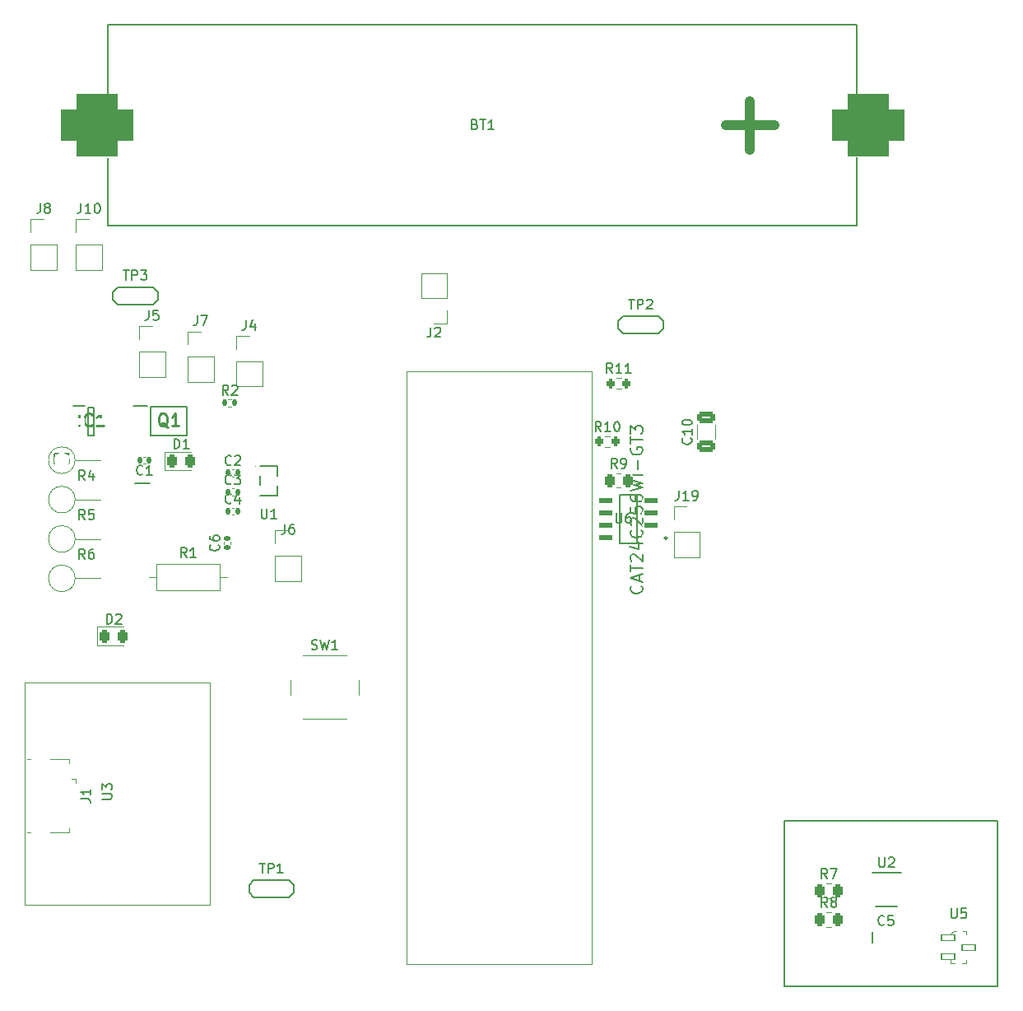
<source format=gbr>
%TF.GenerationSoftware,KiCad,Pcbnew,(7.0.0)*%
%TF.CreationDate,2023-05-09T10:08:37+02:00*%
%TF.ProjectId,overall scematic,6f766572-616c-46c2-9073-63656d617469,rev?*%
%TF.SameCoordinates,Original*%
%TF.FileFunction,Legend,Top*%
%TF.FilePolarity,Positive*%
%FSLAX46Y46*%
G04 Gerber Fmt 4.6, Leading zero omitted, Abs format (unit mm)*
G04 Created by KiCad (PCBNEW (7.0.0)) date 2023-05-09 10:08:37*
%MOMM*%
%LPD*%
G01*
G04 APERTURE LIST*
G04 Aperture macros list*
%AMRoundRect*
0 Rectangle with rounded corners*
0 $1 Rounding radius*
0 $2 $3 $4 $5 $6 $7 $8 $9 X,Y pos of 4 corners*
0 Add a 4 corners polygon primitive as box body*
4,1,4,$2,$3,$4,$5,$6,$7,$8,$9,$2,$3,0*
0 Add four circle primitives for the rounded corners*
1,1,$1+$1,$2,$3*
1,1,$1+$1,$4,$5*
1,1,$1+$1,$6,$7*
1,1,$1+$1,$8,$9*
0 Add four rect primitives between the rounded corners*
20,1,$1+$1,$2,$3,$4,$5,0*
20,1,$1+$1,$4,$5,$6,$7,0*
20,1,$1+$1,$6,$7,$8,$9,0*
20,1,$1+$1,$8,$9,$2,$3,0*%
G04 Aperture macros list end*
%ADD10C,0.150000*%
%ADD11C,0.254000*%
%ADD12C,0.120000*%
%ADD13C,0.250000*%
%ADD14C,1.000000*%
%ADD15C,0.200000*%
%ADD16C,0.100000*%
%ADD17C,0.152400*%
%ADD18C,0.059995*%
%ADD19RoundRect,0.140000X-0.140000X-0.170000X0.140000X-0.170000X0.140000X0.170000X-0.140000X0.170000X0*%
%ADD20C,1.400000*%
%ADD21R,1.700000X1.700000*%
%ADD22O,1.700000X1.700000*%
%ADD23C,1.600000*%
%ADD24O,1.600000X1.600000*%
%ADD25R,1.874066X0.543390*%
%ADD26RoundRect,0.271695X0.665338X0.000000X-0.665338X0.000000X-0.665338X0.000000X0.665338X0.000000X0*%
%ADD27C,4.000000*%
%ADD28C,2.700000*%
%ADD29RoundRect,1.625000X-2.125000X-1.625000X2.125000X-1.625000X2.125000X1.625000X-2.125000X1.625000X0*%
%ADD30R,1.350000X0.400000*%
%ADD31O,1.550000X0.890000*%
%ADD32R,1.550000X1.200000*%
%ADD33O,0.950000X1.250000*%
%ADD34R,1.550000X1.500000*%
%ADD35R,1.475000X0.450000*%
%ADD36RoundRect,0.135000X-0.135000X-0.185000X0.135000X-0.185000X0.135000X0.185000X-0.135000X0.185000X0*%
%ADD37R,0.600000X0.400000*%
%ADD38R,1.500000X2.400000*%
%ADD39R,1.200000X0.650000*%
%ADD40R,1.150000X1.450000*%
%ADD41RoundRect,0.070000X-0.650000X-0.300000X0.650000X-0.300000X0.650000X0.300000X-0.650000X0.300000X0*%
%ADD42RoundRect,0.243750X-0.243750X-0.456250X0.243750X-0.456250X0.243750X0.456250X-0.243750X0.456250X0*%
%ADD43RoundRect,0.200000X-0.200000X-0.275000X0.200000X-0.275000X0.200000X0.275000X-0.200000X0.275000X0*%
%ADD44C,1.524000*%
%ADD45C,2.000000*%
%ADD46RoundRect,0.250000X-0.262500X-0.450000X0.262500X-0.450000X0.262500X0.450000X-0.262500X0.450000X0*%
%ADD47RoundRect,0.140000X0.140000X0.170000X-0.140000X0.170000X-0.140000X-0.170000X0.140000X-0.170000X0*%
%ADD48RoundRect,0.250000X0.650000X-0.325000X0.650000X0.325000X-0.650000X0.325000X-0.650000X-0.325000X0*%
%ADD49RoundRect,0.140000X0.170000X-0.140000X0.170000X0.140000X-0.170000X0.140000X-0.170000X-0.140000X0*%
%ADD50R,1.525000X0.700000*%
%ADD51R,2.513000X3.402000*%
%ADD52R,1.070003X0.600000*%
G04 APERTURE END LIST*
D10*
X188000000Y-135000000D02*
X210000000Y-135000000D01*
X210000000Y-135000000D02*
X210000000Y-152000000D01*
X210000000Y-152000000D02*
X188000000Y-152000000D01*
X188000000Y-152000000D02*
X188000000Y-135000000D01*
%TO.C,C2*%
X131145333Y-98327142D02*
X131097714Y-98374761D01*
X131097714Y-98374761D02*
X130954857Y-98422380D01*
X130954857Y-98422380D02*
X130859619Y-98422380D01*
X130859619Y-98422380D02*
X130716762Y-98374761D01*
X130716762Y-98374761D02*
X130621524Y-98279523D01*
X130621524Y-98279523D02*
X130573905Y-98184285D01*
X130573905Y-98184285D02*
X130526286Y-97993809D01*
X130526286Y-97993809D02*
X130526286Y-97850952D01*
X130526286Y-97850952D02*
X130573905Y-97660476D01*
X130573905Y-97660476D02*
X130621524Y-97565238D01*
X130621524Y-97565238D02*
X130716762Y-97470000D01*
X130716762Y-97470000D02*
X130859619Y-97422380D01*
X130859619Y-97422380D02*
X130954857Y-97422380D01*
X130954857Y-97422380D02*
X131097714Y-97470000D01*
X131097714Y-97470000D02*
X131145333Y-97517619D01*
X131526286Y-97517619D02*
X131573905Y-97470000D01*
X131573905Y-97470000D02*
X131669143Y-97422380D01*
X131669143Y-97422380D02*
X131907238Y-97422380D01*
X131907238Y-97422380D02*
X132002476Y-97470000D01*
X132002476Y-97470000D02*
X132050095Y-97517619D01*
X132050095Y-97517619D02*
X132097714Y-97612857D01*
X132097714Y-97612857D02*
X132097714Y-97708095D01*
X132097714Y-97708095D02*
X132050095Y-97850952D01*
X132050095Y-97850952D02*
X131478667Y-98422380D01*
X131478667Y-98422380D02*
X132097714Y-98422380D01*
%TO.C,TP3*%
X120038095Y-78367380D02*
X120609523Y-78367380D01*
X120323809Y-79367380D02*
X120323809Y-78367380D01*
X120942857Y-79367380D02*
X120942857Y-78367380D01*
X120942857Y-78367380D02*
X121323809Y-78367380D01*
X121323809Y-78367380D02*
X121419047Y-78415000D01*
X121419047Y-78415000D02*
X121466666Y-78462619D01*
X121466666Y-78462619D02*
X121514285Y-78557857D01*
X121514285Y-78557857D02*
X121514285Y-78700714D01*
X121514285Y-78700714D02*
X121466666Y-78795952D01*
X121466666Y-78795952D02*
X121419047Y-78843571D01*
X121419047Y-78843571D02*
X121323809Y-78891190D01*
X121323809Y-78891190D02*
X120942857Y-78891190D01*
X121847619Y-78367380D02*
X122466666Y-78367380D01*
X122466666Y-78367380D02*
X122133333Y-78748333D01*
X122133333Y-78748333D02*
X122276190Y-78748333D01*
X122276190Y-78748333D02*
X122371428Y-78795952D01*
X122371428Y-78795952D02*
X122419047Y-78843571D01*
X122419047Y-78843571D02*
X122466666Y-78938809D01*
X122466666Y-78938809D02*
X122466666Y-79176904D01*
X122466666Y-79176904D02*
X122419047Y-79272142D01*
X122419047Y-79272142D02*
X122371428Y-79319761D01*
X122371428Y-79319761D02*
X122276190Y-79367380D01*
X122276190Y-79367380D02*
X121990476Y-79367380D01*
X121990476Y-79367380D02*
X121895238Y-79319761D01*
X121895238Y-79319761D02*
X121847619Y-79272142D01*
%TO.C,C4*%
X131145333Y-102267142D02*
X131097714Y-102314761D01*
X131097714Y-102314761D02*
X130954857Y-102362380D01*
X130954857Y-102362380D02*
X130859619Y-102362380D01*
X130859619Y-102362380D02*
X130716762Y-102314761D01*
X130716762Y-102314761D02*
X130621524Y-102219523D01*
X130621524Y-102219523D02*
X130573905Y-102124285D01*
X130573905Y-102124285D02*
X130526286Y-101933809D01*
X130526286Y-101933809D02*
X130526286Y-101790952D01*
X130526286Y-101790952D02*
X130573905Y-101600476D01*
X130573905Y-101600476D02*
X130621524Y-101505238D01*
X130621524Y-101505238D02*
X130716762Y-101410000D01*
X130716762Y-101410000D02*
X130859619Y-101362380D01*
X130859619Y-101362380D02*
X130954857Y-101362380D01*
X130954857Y-101362380D02*
X131097714Y-101410000D01*
X131097714Y-101410000D02*
X131145333Y-101457619D01*
X132002476Y-101695714D02*
X132002476Y-102362380D01*
X131764381Y-101314761D02*
X131526286Y-102029047D01*
X131526286Y-102029047D02*
X132145333Y-102029047D01*
%TO.C,C3*%
X131145333Y-100297142D02*
X131097714Y-100344761D01*
X131097714Y-100344761D02*
X130954857Y-100392380D01*
X130954857Y-100392380D02*
X130859619Y-100392380D01*
X130859619Y-100392380D02*
X130716762Y-100344761D01*
X130716762Y-100344761D02*
X130621524Y-100249523D01*
X130621524Y-100249523D02*
X130573905Y-100154285D01*
X130573905Y-100154285D02*
X130526286Y-99963809D01*
X130526286Y-99963809D02*
X130526286Y-99820952D01*
X130526286Y-99820952D02*
X130573905Y-99630476D01*
X130573905Y-99630476D02*
X130621524Y-99535238D01*
X130621524Y-99535238D02*
X130716762Y-99440000D01*
X130716762Y-99440000D02*
X130859619Y-99392380D01*
X130859619Y-99392380D02*
X130954857Y-99392380D01*
X130954857Y-99392380D02*
X131097714Y-99440000D01*
X131097714Y-99440000D02*
X131145333Y-99487619D01*
X131478667Y-99392380D02*
X132097714Y-99392380D01*
X132097714Y-99392380D02*
X131764381Y-99773333D01*
X131764381Y-99773333D02*
X131907238Y-99773333D01*
X131907238Y-99773333D02*
X132002476Y-99820952D01*
X132002476Y-99820952D02*
X132050095Y-99868571D01*
X132050095Y-99868571D02*
X132097714Y-99963809D01*
X132097714Y-99963809D02*
X132097714Y-100201904D01*
X132097714Y-100201904D02*
X132050095Y-100297142D01*
X132050095Y-100297142D02*
X132002476Y-100344761D01*
X132002476Y-100344761D02*
X131907238Y-100392380D01*
X131907238Y-100392380D02*
X131621524Y-100392380D01*
X131621524Y-100392380D02*
X131526286Y-100344761D01*
X131526286Y-100344761D02*
X131478667Y-100297142D01*
%TO.C,J8*%
X111516666Y-71497380D02*
X111516666Y-72211666D01*
X111516666Y-72211666D02*
X111469047Y-72354523D01*
X111469047Y-72354523D02*
X111373809Y-72449761D01*
X111373809Y-72449761D02*
X111230952Y-72497380D01*
X111230952Y-72497380D02*
X111135714Y-72497380D01*
X112135714Y-71925952D02*
X112040476Y-71878333D01*
X112040476Y-71878333D02*
X111992857Y-71830714D01*
X111992857Y-71830714D02*
X111945238Y-71735476D01*
X111945238Y-71735476D02*
X111945238Y-71687857D01*
X111945238Y-71687857D02*
X111992857Y-71592619D01*
X111992857Y-71592619D02*
X112040476Y-71545000D01*
X112040476Y-71545000D02*
X112135714Y-71497380D01*
X112135714Y-71497380D02*
X112326190Y-71497380D01*
X112326190Y-71497380D02*
X112421428Y-71545000D01*
X112421428Y-71545000D02*
X112469047Y-71592619D01*
X112469047Y-71592619D02*
X112516666Y-71687857D01*
X112516666Y-71687857D02*
X112516666Y-71735476D01*
X112516666Y-71735476D02*
X112469047Y-71830714D01*
X112469047Y-71830714D02*
X112421428Y-71878333D01*
X112421428Y-71878333D02*
X112326190Y-71925952D01*
X112326190Y-71925952D02*
X112135714Y-71925952D01*
X112135714Y-71925952D02*
X112040476Y-71973571D01*
X112040476Y-71973571D02*
X111992857Y-72021190D01*
X111992857Y-72021190D02*
X111945238Y-72116428D01*
X111945238Y-72116428D02*
X111945238Y-72306904D01*
X111945238Y-72306904D02*
X111992857Y-72402142D01*
X111992857Y-72402142D02*
X112040476Y-72449761D01*
X112040476Y-72449761D02*
X112135714Y-72497380D01*
X112135714Y-72497380D02*
X112326190Y-72497380D01*
X112326190Y-72497380D02*
X112421428Y-72449761D01*
X112421428Y-72449761D02*
X112469047Y-72402142D01*
X112469047Y-72402142D02*
X112516666Y-72306904D01*
X112516666Y-72306904D02*
X112516666Y-72116428D01*
X112516666Y-72116428D02*
X112469047Y-72021190D01*
X112469047Y-72021190D02*
X112421428Y-71973571D01*
X112421428Y-71973571D02*
X112326190Y-71925952D01*
%TO.C,R5*%
X116085333Y-104002380D02*
X115752000Y-103526190D01*
X115513905Y-104002380D02*
X115513905Y-103002380D01*
X115513905Y-103002380D02*
X115894857Y-103002380D01*
X115894857Y-103002380D02*
X115990095Y-103050000D01*
X115990095Y-103050000D02*
X116037714Y-103097619D01*
X116037714Y-103097619D02*
X116085333Y-103192857D01*
X116085333Y-103192857D02*
X116085333Y-103335714D01*
X116085333Y-103335714D02*
X116037714Y-103430952D01*
X116037714Y-103430952D02*
X115990095Y-103478571D01*
X115990095Y-103478571D02*
X115894857Y-103526190D01*
X115894857Y-103526190D02*
X115513905Y-103526190D01*
X116990095Y-103002380D02*
X116513905Y-103002380D01*
X116513905Y-103002380D02*
X116466286Y-103478571D01*
X116466286Y-103478571D02*
X116513905Y-103430952D01*
X116513905Y-103430952D02*
X116609143Y-103383333D01*
X116609143Y-103383333D02*
X116847238Y-103383333D01*
X116847238Y-103383333D02*
X116942476Y-103430952D01*
X116942476Y-103430952D02*
X116990095Y-103478571D01*
X116990095Y-103478571D02*
X117037714Y-103573809D01*
X117037714Y-103573809D02*
X117037714Y-103811904D01*
X117037714Y-103811904D02*
X116990095Y-103907142D01*
X116990095Y-103907142D02*
X116942476Y-103954761D01*
X116942476Y-103954761D02*
X116847238Y-104002380D01*
X116847238Y-104002380D02*
X116609143Y-104002380D01*
X116609143Y-104002380D02*
X116513905Y-103954761D01*
X116513905Y-103954761D02*
X116466286Y-103907142D01*
%TO.C,J19*%
X177190476Y-101037380D02*
X177190476Y-101751666D01*
X177190476Y-101751666D02*
X177142857Y-101894523D01*
X177142857Y-101894523D02*
X177047619Y-101989761D01*
X177047619Y-101989761D02*
X176904762Y-102037380D01*
X176904762Y-102037380D02*
X176809524Y-102037380D01*
X178190476Y-102037380D02*
X177619048Y-102037380D01*
X177904762Y-102037380D02*
X177904762Y-101037380D01*
X177904762Y-101037380D02*
X177809524Y-101180238D01*
X177809524Y-101180238D02*
X177714286Y-101275476D01*
X177714286Y-101275476D02*
X177619048Y-101323095D01*
X178666667Y-102037380D02*
X178857143Y-102037380D01*
X178857143Y-102037380D02*
X178952381Y-101989761D01*
X178952381Y-101989761D02*
X179000000Y-101942142D01*
X179000000Y-101942142D02*
X179095238Y-101799285D01*
X179095238Y-101799285D02*
X179142857Y-101608809D01*
X179142857Y-101608809D02*
X179142857Y-101227857D01*
X179142857Y-101227857D02*
X179095238Y-101132619D01*
X179095238Y-101132619D02*
X179047619Y-101085000D01*
X179047619Y-101085000D02*
X178952381Y-101037380D01*
X178952381Y-101037380D02*
X178761905Y-101037380D01*
X178761905Y-101037380D02*
X178666667Y-101085000D01*
X178666667Y-101085000D02*
X178619048Y-101132619D01*
X178619048Y-101132619D02*
X178571429Y-101227857D01*
X178571429Y-101227857D02*
X178571429Y-101465952D01*
X178571429Y-101465952D02*
X178619048Y-101561190D01*
X178619048Y-101561190D02*
X178666667Y-101608809D01*
X178666667Y-101608809D02*
X178761905Y-101656428D01*
X178761905Y-101656428D02*
X178952381Y-101656428D01*
X178952381Y-101656428D02*
X179047619Y-101608809D01*
X179047619Y-101608809D02*
X179095238Y-101561190D01*
X179095238Y-101561190D02*
X179142857Y-101465952D01*
%TO.C,U6*%
X170738095Y-103367380D02*
X170738095Y-104176904D01*
X170738095Y-104176904D02*
X170785714Y-104272142D01*
X170785714Y-104272142D02*
X170833333Y-104319761D01*
X170833333Y-104319761D02*
X170928571Y-104367380D01*
X170928571Y-104367380D02*
X171119047Y-104367380D01*
X171119047Y-104367380D02*
X171214285Y-104319761D01*
X171214285Y-104319761D02*
X171261904Y-104272142D01*
X171261904Y-104272142D02*
X171309523Y-104176904D01*
X171309523Y-104176904D02*
X171309523Y-103367380D01*
X172214285Y-103367380D02*
X172023809Y-103367380D01*
X172023809Y-103367380D02*
X171928571Y-103415000D01*
X171928571Y-103415000D02*
X171880952Y-103462619D01*
X171880952Y-103462619D02*
X171785714Y-103605476D01*
X171785714Y-103605476D02*
X171738095Y-103795952D01*
X171738095Y-103795952D02*
X171738095Y-104176904D01*
X171738095Y-104176904D02*
X171785714Y-104272142D01*
X171785714Y-104272142D02*
X171833333Y-104319761D01*
X171833333Y-104319761D02*
X171928571Y-104367380D01*
X171928571Y-104367380D02*
X172119047Y-104367380D01*
X172119047Y-104367380D02*
X172214285Y-104319761D01*
X172214285Y-104319761D02*
X172261904Y-104272142D01*
X172261904Y-104272142D02*
X172309523Y-104176904D01*
X172309523Y-104176904D02*
X172309523Y-103938809D01*
X172309523Y-103938809D02*
X172261904Y-103843571D01*
X172261904Y-103843571D02*
X172214285Y-103795952D01*
X172214285Y-103795952D02*
X172119047Y-103748333D01*
X172119047Y-103748333D02*
X171928571Y-103748333D01*
X171928571Y-103748333D02*
X171833333Y-103795952D01*
X171833333Y-103795952D02*
X171785714Y-103843571D01*
X171785714Y-103843571D02*
X171738095Y-103938809D01*
X173345621Y-110831666D02*
X173406097Y-110892142D01*
X173406097Y-110892142D02*
X173466573Y-111073571D01*
X173466573Y-111073571D02*
X173466573Y-111194523D01*
X173466573Y-111194523D02*
X173406097Y-111375952D01*
X173406097Y-111375952D02*
X173285145Y-111496904D01*
X173285145Y-111496904D02*
X173164192Y-111557381D01*
X173164192Y-111557381D02*
X172922288Y-111617857D01*
X172922288Y-111617857D02*
X172740859Y-111617857D01*
X172740859Y-111617857D02*
X172498954Y-111557381D01*
X172498954Y-111557381D02*
X172378002Y-111496904D01*
X172378002Y-111496904D02*
X172257050Y-111375952D01*
X172257050Y-111375952D02*
X172196573Y-111194523D01*
X172196573Y-111194523D02*
X172196573Y-111073571D01*
X172196573Y-111073571D02*
X172257050Y-110892142D01*
X172257050Y-110892142D02*
X172317526Y-110831666D01*
X173103716Y-110347857D02*
X173103716Y-109743095D01*
X173466573Y-110468809D02*
X172196573Y-110045476D01*
X172196573Y-110045476D02*
X173466573Y-109622142D01*
X172196573Y-109380238D02*
X172196573Y-108654524D01*
X173466573Y-109017381D02*
X172196573Y-109017381D01*
X172317526Y-108291667D02*
X172257050Y-108231191D01*
X172257050Y-108231191D02*
X172196573Y-108110238D01*
X172196573Y-108110238D02*
X172196573Y-107807857D01*
X172196573Y-107807857D02*
X172257050Y-107686905D01*
X172257050Y-107686905D02*
X172317526Y-107626429D01*
X172317526Y-107626429D02*
X172438478Y-107565952D01*
X172438478Y-107565952D02*
X172559430Y-107565952D01*
X172559430Y-107565952D02*
X172740859Y-107626429D01*
X172740859Y-107626429D02*
X173466573Y-108352143D01*
X173466573Y-108352143D02*
X173466573Y-107565952D01*
X172619907Y-106477381D02*
X173466573Y-106477381D01*
X172136097Y-106779762D02*
X173043240Y-107082143D01*
X173043240Y-107082143D02*
X173043240Y-106295952D01*
X173345621Y-105086428D02*
X173406097Y-105146904D01*
X173406097Y-105146904D02*
X173466573Y-105328333D01*
X173466573Y-105328333D02*
X173466573Y-105449285D01*
X173466573Y-105449285D02*
X173406097Y-105630714D01*
X173406097Y-105630714D02*
X173285145Y-105751666D01*
X173285145Y-105751666D02*
X173164192Y-105812143D01*
X173164192Y-105812143D02*
X172922288Y-105872619D01*
X172922288Y-105872619D02*
X172740859Y-105872619D01*
X172740859Y-105872619D02*
X172498954Y-105812143D01*
X172498954Y-105812143D02*
X172378002Y-105751666D01*
X172378002Y-105751666D02*
X172257050Y-105630714D01*
X172257050Y-105630714D02*
X172196573Y-105449285D01*
X172196573Y-105449285D02*
X172196573Y-105328333D01*
X172196573Y-105328333D02*
X172257050Y-105146904D01*
X172257050Y-105146904D02*
X172317526Y-105086428D01*
X172317526Y-104602619D02*
X172257050Y-104542143D01*
X172257050Y-104542143D02*
X172196573Y-104421190D01*
X172196573Y-104421190D02*
X172196573Y-104118809D01*
X172196573Y-104118809D02*
X172257050Y-103997857D01*
X172257050Y-103997857D02*
X172317526Y-103937381D01*
X172317526Y-103937381D02*
X172438478Y-103876904D01*
X172438478Y-103876904D02*
X172559430Y-103876904D01*
X172559430Y-103876904D02*
X172740859Y-103937381D01*
X172740859Y-103937381D02*
X173466573Y-104663095D01*
X173466573Y-104663095D02*
X173466573Y-103876904D01*
X172196573Y-102727857D02*
X172196573Y-103332619D01*
X172196573Y-103332619D02*
X172801335Y-103393095D01*
X172801335Y-103393095D02*
X172740859Y-103332619D01*
X172740859Y-103332619D02*
X172680383Y-103211666D01*
X172680383Y-103211666D02*
X172680383Y-102909285D01*
X172680383Y-102909285D02*
X172740859Y-102788333D01*
X172740859Y-102788333D02*
X172801335Y-102727857D01*
X172801335Y-102727857D02*
X172922288Y-102667380D01*
X172922288Y-102667380D02*
X173224669Y-102667380D01*
X173224669Y-102667380D02*
X173345621Y-102727857D01*
X173345621Y-102727857D02*
X173406097Y-102788333D01*
X173406097Y-102788333D02*
X173466573Y-102909285D01*
X173466573Y-102909285D02*
X173466573Y-103211666D01*
X173466573Y-103211666D02*
X173406097Y-103332619D01*
X173406097Y-103332619D02*
X173345621Y-103393095D01*
X172196573Y-101578809D02*
X172196573Y-101820714D01*
X172196573Y-101820714D02*
X172257050Y-101941666D01*
X172257050Y-101941666D02*
X172317526Y-102002142D01*
X172317526Y-102002142D02*
X172498954Y-102123095D01*
X172498954Y-102123095D02*
X172740859Y-102183571D01*
X172740859Y-102183571D02*
X173224669Y-102183571D01*
X173224669Y-102183571D02*
X173345621Y-102123095D01*
X173345621Y-102123095D02*
X173406097Y-102062618D01*
X173406097Y-102062618D02*
X173466573Y-101941666D01*
X173466573Y-101941666D02*
X173466573Y-101699761D01*
X173466573Y-101699761D02*
X173406097Y-101578809D01*
X173406097Y-101578809D02*
X173345621Y-101518333D01*
X173345621Y-101518333D02*
X173224669Y-101457856D01*
X173224669Y-101457856D02*
X172922288Y-101457856D01*
X172922288Y-101457856D02*
X172801335Y-101518333D01*
X172801335Y-101518333D02*
X172740859Y-101578809D01*
X172740859Y-101578809D02*
X172680383Y-101699761D01*
X172680383Y-101699761D02*
X172680383Y-101941666D01*
X172680383Y-101941666D02*
X172740859Y-102062618D01*
X172740859Y-102062618D02*
X172801335Y-102123095D01*
X172801335Y-102123095D02*
X172922288Y-102183571D01*
X172196573Y-101034523D02*
X173466573Y-100732142D01*
X173466573Y-100732142D02*
X172559430Y-100490237D01*
X172559430Y-100490237D02*
X173466573Y-100248332D01*
X173466573Y-100248332D02*
X172196573Y-99945952D01*
X173466573Y-99462142D02*
X172196573Y-99462142D01*
X172982764Y-98857380D02*
X172982764Y-97889761D01*
X172257050Y-96619760D02*
X172196573Y-96740713D01*
X172196573Y-96740713D02*
X172196573Y-96922141D01*
X172196573Y-96922141D02*
X172257050Y-97103570D01*
X172257050Y-97103570D02*
X172378002Y-97224522D01*
X172378002Y-97224522D02*
X172498954Y-97284999D01*
X172498954Y-97284999D02*
X172740859Y-97345475D01*
X172740859Y-97345475D02*
X172922288Y-97345475D01*
X172922288Y-97345475D02*
X173164192Y-97284999D01*
X173164192Y-97284999D02*
X173285145Y-97224522D01*
X173285145Y-97224522D02*
X173406097Y-97103570D01*
X173406097Y-97103570D02*
X173466573Y-96922141D01*
X173466573Y-96922141D02*
X173466573Y-96801189D01*
X173466573Y-96801189D02*
X173406097Y-96619760D01*
X173406097Y-96619760D02*
X173345621Y-96559284D01*
X173345621Y-96559284D02*
X172922288Y-96559284D01*
X172922288Y-96559284D02*
X172922288Y-96801189D01*
X172196573Y-96196427D02*
X172196573Y-95470713D01*
X173466573Y-95833570D02*
X172196573Y-95833570D01*
X172196573Y-95168332D02*
X172196573Y-94382141D01*
X172196573Y-94382141D02*
X172680383Y-94805475D01*
X172680383Y-94805475D02*
X172680383Y-94624046D01*
X172680383Y-94624046D02*
X172740859Y-94503094D01*
X172740859Y-94503094D02*
X172801335Y-94442618D01*
X172801335Y-94442618D02*
X172922288Y-94382141D01*
X172922288Y-94382141D02*
X173224669Y-94382141D01*
X173224669Y-94382141D02*
X173345621Y-94442618D01*
X173345621Y-94442618D02*
X173406097Y-94503094D01*
X173406097Y-94503094D02*
X173466573Y-94624046D01*
X173466573Y-94624046D02*
X173466573Y-94986903D01*
X173466573Y-94986903D02*
X173406097Y-95107856D01*
X173406097Y-95107856D02*
X173345621Y-95168332D01*
%TO.C,BT1*%
X156214285Y-63343571D02*
X156357142Y-63391190D01*
X156357142Y-63391190D02*
X156404761Y-63438809D01*
X156404761Y-63438809D02*
X156452380Y-63534047D01*
X156452380Y-63534047D02*
X156452380Y-63676904D01*
X156452380Y-63676904D02*
X156404761Y-63772142D01*
X156404761Y-63772142D02*
X156357142Y-63819761D01*
X156357142Y-63819761D02*
X156261904Y-63867380D01*
X156261904Y-63867380D02*
X155880952Y-63867380D01*
X155880952Y-63867380D02*
X155880952Y-62867380D01*
X155880952Y-62867380D02*
X156214285Y-62867380D01*
X156214285Y-62867380D02*
X156309523Y-62915000D01*
X156309523Y-62915000D02*
X156357142Y-62962619D01*
X156357142Y-62962619D02*
X156404761Y-63057857D01*
X156404761Y-63057857D02*
X156404761Y-63153095D01*
X156404761Y-63153095D02*
X156357142Y-63248333D01*
X156357142Y-63248333D02*
X156309523Y-63295952D01*
X156309523Y-63295952D02*
X156214285Y-63343571D01*
X156214285Y-63343571D02*
X155880952Y-63343571D01*
X156738095Y-62867380D02*
X157309523Y-62867380D01*
X157023809Y-63867380D02*
X157023809Y-62867380D01*
X158166666Y-63867380D02*
X157595238Y-63867380D01*
X157880952Y-63867380D02*
X157880952Y-62867380D01*
X157880952Y-62867380D02*
X157785714Y-63010238D01*
X157785714Y-63010238D02*
X157690476Y-63105476D01*
X157690476Y-63105476D02*
X157595238Y-63153095D01*
%TO.C,J10*%
X115690476Y-71497380D02*
X115690476Y-72211666D01*
X115690476Y-72211666D02*
X115642857Y-72354523D01*
X115642857Y-72354523D02*
X115547619Y-72449761D01*
X115547619Y-72449761D02*
X115404762Y-72497380D01*
X115404762Y-72497380D02*
X115309524Y-72497380D01*
X116690476Y-72497380D02*
X116119048Y-72497380D01*
X116404762Y-72497380D02*
X116404762Y-71497380D01*
X116404762Y-71497380D02*
X116309524Y-71640238D01*
X116309524Y-71640238D02*
X116214286Y-71735476D01*
X116214286Y-71735476D02*
X116119048Y-71783095D01*
X117309524Y-71497380D02*
X117404762Y-71497380D01*
X117404762Y-71497380D02*
X117500000Y-71545000D01*
X117500000Y-71545000D02*
X117547619Y-71592619D01*
X117547619Y-71592619D02*
X117595238Y-71687857D01*
X117595238Y-71687857D02*
X117642857Y-71878333D01*
X117642857Y-71878333D02*
X117642857Y-72116428D01*
X117642857Y-72116428D02*
X117595238Y-72306904D01*
X117595238Y-72306904D02*
X117547619Y-72402142D01*
X117547619Y-72402142D02*
X117500000Y-72449761D01*
X117500000Y-72449761D02*
X117404762Y-72497380D01*
X117404762Y-72497380D02*
X117309524Y-72497380D01*
X117309524Y-72497380D02*
X117214286Y-72449761D01*
X117214286Y-72449761D02*
X117166667Y-72402142D01*
X117166667Y-72402142D02*
X117119048Y-72306904D01*
X117119048Y-72306904D02*
X117071429Y-72116428D01*
X117071429Y-72116428D02*
X117071429Y-71878333D01*
X117071429Y-71878333D02*
X117119048Y-71687857D01*
X117119048Y-71687857D02*
X117166667Y-71592619D01*
X117166667Y-71592619D02*
X117214286Y-71545000D01*
X117214286Y-71545000D02*
X117309524Y-71497380D01*
%TO.C,TP1*%
X134038095Y-139367380D02*
X134609523Y-139367380D01*
X134323809Y-140367380D02*
X134323809Y-139367380D01*
X134942857Y-140367380D02*
X134942857Y-139367380D01*
X134942857Y-139367380D02*
X135323809Y-139367380D01*
X135323809Y-139367380D02*
X135419047Y-139415000D01*
X135419047Y-139415000D02*
X135466666Y-139462619D01*
X135466666Y-139462619D02*
X135514285Y-139557857D01*
X135514285Y-139557857D02*
X135514285Y-139700714D01*
X135514285Y-139700714D02*
X135466666Y-139795952D01*
X135466666Y-139795952D02*
X135419047Y-139843571D01*
X135419047Y-139843571D02*
X135323809Y-139891190D01*
X135323809Y-139891190D02*
X134942857Y-139891190D01*
X136466666Y-140367380D02*
X135895238Y-140367380D01*
X136180952Y-140367380D02*
X136180952Y-139367380D01*
X136180952Y-139367380D02*
X136085714Y-139510238D01*
X136085714Y-139510238D02*
X135990476Y-139605476D01*
X135990476Y-139605476D02*
X135895238Y-139653095D01*
%TO.C,J1*%
X115667380Y-132733333D02*
X116381666Y-132733333D01*
X116381666Y-132733333D02*
X116524523Y-132780952D01*
X116524523Y-132780952D02*
X116619761Y-132876190D01*
X116619761Y-132876190D02*
X116667380Y-133019047D01*
X116667380Y-133019047D02*
X116667380Y-133114285D01*
X116667380Y-131733333D02*
X116667380Y-132304761D01*
X116667380Y-132019047D02*
X115667380Y-132019047D01*
X115667380Y-132019047D02*
X115810238Y-132114285D01*
X115810238Y-132114285D02*
X115905476Y-132209523D01*
X115905476Y-132209523D02*
X115953095Y-132304761D01*
D11*
%TO.C,Q1*%
X124591047Y-94492526D02*
X124470095Y-94432050D01*
X124470095Y-94432050D02*
X124349142Y-94311097D01*
X124349142Y-94311097D02*
X124167714Y-94129669D01*
X124167714Y-94129669D02*
X124046761Y-94069192D01*
X124046761Y-94069192D02*
X123925809Y-94069192D01*
X123986285Y-94371573D02*
X123865333Y-94311097D01*
X123865333Y-94311097D02*
X123744380Y-94190145D01*
X123744380Y-94190145D02*
X123683904Y-93948240D01*
X123683904Y-93948240D02*
X123683904Y-93524907D01*
X123683904Y-93524907D02*
X123744380Y-93283002D01*
X123744380Y-93283002D02*
X123865333Y-93162050D01*
X123865333Y-93162050D02*
X123986285Y-93101573D01*
X123986285Y-93101573D02*
X124228190Y-93101573D01*
X124228190Y-93101573D02*
X124349142Y-93162050D01*
X124349142Y-93162050D02*
X124470095Y-93283002D01*
X124470095Y-93283002D02*
X124530571Y-93524907D01*
X124530571Y-93524907D02*
X124530571Y-93948240D01*
X124530571Y-93948240D02*
X124470095Y-94190145D01*
X124470095Y-94190145D02*
X124349142Y-94311097D01*
X124349142Y-94311097D02*
X124228190Y-94371573D01*
X124228190Y-94371573D02*
X123986285Y-94371573D01*
X125740095Y-94371573D02*
X125014380Y-94371573D01*
X125377237Y-94371573D02*
X125377237Y-93101573D01*
X125377237Y-93101573D02*
X125256285Y-93283002D01*
X125256285Y-93283002D02*
X125135333Y-93403954D01*
X125135333Y-93403954D02*
X125014380Y-93464430D01*
D10*
%TO.C,R2*%
X130833333Y-91197380D02*
X130500000Y-90721190D01*
X130261905Y-91197380D02*
X130261905Y-90197380D01*
X130261905Y-90197380D02*
X130642857Y-90197380D01*
X130642857Y-90197380D02*
X130738095Y-90245000D01*
X130738095Y-90245000D02*
X130785714Y-90292619D01*
X130785714Y-90292619D02*
X130833333Y-90387857D01*
X130833333Y-90387857D02*
X130833333Y-90530714D01*
X130833333Y-90530714D02*
X130785714Y-90625952D01*
X130785714Y-90625952D02*
X130738095Y-90673571D01*
X130738095Y-90673571D02*
X130642857Y-90721190D01*
X130642857Y-90721190D02*
X130261905Y-90721190D01*
X131214286Y-90292619D02*
X131261905Y-90245000D01*
X131261905Y-90245000D02*
X131357143Y-90197380D01*
X131357143Y-90197380D02*
X131595238Y-90197380D01*
X131595238Y-90197380D02*
X131690476Y-90245000D01*
X131690476Y-90245000D02*
X131738095Y-90292619D01*
X131738095Y-90292619D02*
X131785714Y-90387857D01*
X131785714Y-90387857D02*
X131785714Y-90483095D01*
X131785714Y-90483095D02*
X131738095Y-90625952D01*
X131738095Y-90625952D02*
X131166667Y-91197380D01*
X131166667Y-91197380D02*
X131785714Y-91197380D01*
%TO.C,U2*%
X197788095Y-138757380D02*
X197788095Y-139566904D01*
X197788095Y-139566904D02*
X197835714Y-139662142D01*
X197835714Y-139662142D02*
X197883333Y-139709761D01*
X197883333Y-139709761D02*
X197978571Y-139757380D01*
X197978571Y-139757380D02*
X198169047Y-139757380D01*
X198169047Y-139757380D02*
X198264285Y-139709761D01*
X198264285Y-139709761D02*
X198311904Y-139662142D01*
X198311904Y-139662142D02*
X198359523Y-139566904D01*
X198359523Y-139566904D02*
X198359523Y-138757380D01*
X198788095Y-138852619D02*
X198835714Y-138805000D01*
X198835714Y-138805000D02*
X198930952Y-138757380D01*
X198930952Y-138757380D02*
X199169047Y-138757380D01*
X199169047Y-138757380D02*
X199264285Y-138805000D01*
X199264285Y-138805000D02*
X199311904Y-138852619D01*
X199311904Y-138852619D02*
X199359523Y-138947857D01*
X199359523Y-138947857D02*
X199359523Y-139043095D01*
X199359523Y-139043095D02*
X199311904Y-139185952D01*
X199311904Y-139185952D02*
X198740476Y-139757380D01*
X198740476Y-139757380D02*
X199359523Y-139757380D01*
D11*
%TO.C,IC1*%
X115472237Y-94371573D02*
X115472237Y-93101573D01*
X116802714Y-94250621D02*
X116742238Y-94311097D01*
X116742238Y-94311097D02*
X116560809Y-94371573D01*
X116560809Y-94371573D02*
X116439857Y-94371573D01*
X116439857Y-94371573D02*
X116258428Y-94311097D01*
X116258428Y-94311097D02*
X116137476Y-94190145D01*
X116137476Y-94190145D02*
X116076999Y-94069192D01*
X116076999Y-94069192D02*
X116016523Y-93827288D01*
X116016523Y-93827288D02*
X116016523Y-93645859D01*
X116016523Y-93645859D02*
X116076999Y-93403954D01*
X116076999Y-93403954D02*
X116137476Y-93283002D01*
X116137476Y-93283002D02*
X116258428Y-93162050D01*
X116258428Y-93162050D02*
X116439857Y-93101573D01*
X116439857Y-93101573D02*
X116560809Y-93101573D01*
X116560809Y-93101573D02*
X116742238Y-93162050D01*
X116742238Y-93162050D02*
X116802714Y-93222526D01*
X118012238Y-94371573D02*
X117286523Y-94371573D01*
X117649380Y-94371573D02*
X117649380Y-93101573D01*
X117649380Y-93101573D02*
X117528428Y-93283002D01*
X117528428Y-93283002D02*
X117407476Y-93403954D01*
X117407476Y-93403954D02*
X117286523Y-93464430D01*
D10*
%TO.C,R4*%
X116085333Y-99952380D02*
X115752000Y-99476190D01*
X115513905Y-99952380D02*
X115513905Y-98952380D01*
X115513905Y-98952380D02*
X115894857Y-98952380D01*
X115894857Y-98952380D02*
X115990095Y-99000000D01*
X115990095Y-99000000D02*
X116037714Y-99047619D01*
X116037714Y-99047619D02*
X116085333Y-99142857D01*
X116085333Y-99142857D02*
X116085333Y-99285714D01*
X116085333Y-99285714D02*
X116037714Y-99380952D01*
X116037714Y-99380952D02*
X115990095Y-99428571D01*
X115990095Y-99428571D02*
X115894857Y-99476190D01*
X115894857Y-99476190D02*
X115513905Y-99476190D01*
X116942476Y-99285714D02*
X116942476Y-99952380D01*
X116704381Y-98904761D02*
X116466286Y-99619047D01*
X116466286Y-99619047D02*
X117085333Y-99619047D01*
%TO.C,C5*%
X198308333Y-145637142D02*
X198260714Y-145684761D01*
X198260714Y-145684761D02*
X198117857Y-145732380D01*
X198117857Y-145732380D02*
X198022619Y-145732380D01*
X198022619Y-145732380D02*
X197879762Y-145684761D01*
X197879762Y-145684761D02*
X197784524Y-145589523D01*
X197784524Y-145589523D02*
X197736905Y-145494285D01*
X197736905Y-145494285D02*
X197689286Y-145303809D01*
X197689286Y-145303809D02*
X197689286Y-145160952D01*
X197689286Y-145160952D02*
X197736905Y-144970476D01*
X197736905Y-144970476D02*
X197784524Y-144875238D01*
X197784524Y-144875238D02*
X197879762Y-144780000D01*
X197879762Y-144780000D02*
X198022619Y-144732380D01*
X198022619Y-144732380D02*
X198117857Y-144732380D01*
X198117857Y-144732380D02*
X198260714Y-144780000D01*
X198260714Y-144780000D02*
X198308333Y-144827619D01*
X199213095Y-144732380D02*
X198736905Y-144732380D01*
X198736905Y-144732380D02*
X198689286Y-145208571D01*
X198689286Y-145208571D02*
X198736905Y-145160952D01*
X198736905Y-145160952D02*
X198832143Y-145113333D01*
X198832143Y-145113333D02*
X199070238Y-145113333D01*
X199070238Y-145113333D02*
X199165476Y-145160952D01*
X199165476Y-145160952D02*
X199213095Y-145208571D01*
X199213095Y-145208571D02*
X199260714Y-145303809D01*
X199260714Y-145303809D02*
X199260714Y-145541904D01*
X199260714Y-145541904D02*
X199213095Y-145637142D01*
X199213095Y-145637142D02*
X199165476Y-145684761D01*
X199165476Y-145684761D02*
X199070238Y-145732380D01*
X199070238Y-145732380D02*
X198832143Y-145732380D01*
X198832143Y-145732380D02*
X198736905Y-145684761D01*
X198736905Y-145684761D02*
X198689286Y-145637142D01*
%TO.C,U5*%
X205213095Y-143992380D02*
X205213095Y-144801904D01*
X205213095Y-144801904D02*
X205260714Y-144897142D01*
X205260714Y-144897142D02*
X205308333Y-144944761D01*
X205308333Y-144944761D02*
X205403571Y-144992380D01*
X205403571Y-144992380D02*
X205594047Y-144992380D01*
X205594047Y-144992380D02*
X205689285Y-144944761D01*
X205689285Y-144944761D02*
X205736904Y-144897142D01*
X205736904Y-144897142D02*
X205784523Y-144801904D01*
X205784523Y-144801904D02*
X205784523Y-143992380D01*
X206736904Y-143992380D02*
X206260714Y-143992380D01*
X206260714Y-143992380D02*
X206213095Y-144468571D01*
X206213095Y-144468571D02*
X206260714Y-144420952D01*
X206260714Y-144420952D02*
X206355952Y-144373333D01*
X206355952Y-144373333D02*
X206594047Y-144373333D01*
X206594047Y-144373333D02*
X206689285Y-144420952D01*
X206689285Y-144420952D02*
X206736904Y-144468571D01*
X206736904Y-144468571D02*
X206784523Y-144563809D01*
X206784523Y-144563809D02*
X206784523Y-144801904D01*
X206784523Y-144801904D02*
X206736904Y-144897142D01*
X206736904Y-144897142D02*
X206689285Y-144944761D01*
X206689285Y-144944761D02*
X206594047Y-144992380D01*
X206594047Y-144992380D02*
X206355952Y-144992380D01*
X206355952Y-144992380D02*
X206260714Y-144944761D01*
X206260714Y-144944761D02*
X206213095Y-144897142D01*
%TO.C,R6*%
X116085333Y-108052380D02*
X115752000Y-107576190D01*
X115513905Y-108052380D02*
X115513905Y-107052380D01*
X115513905Y-107052380D02*
X115894857Y-107052380D01*
X115894857Y-107052380D02*
X115990095Y-107100000D01*
X115990095Y-107100000D02*
X116037714Y-107147619D01*
X116037714Y-107147619D02*
X116085333Y-107242857D01*
X116085333Y-107242857D02*
X116085333Y-107385714D01*
X116085333Y-107385714D02*
X116037714Y-107480952D01*
X116037714Y-107480952D02*
X115990095Y-107528571D01*
X115990095Y-107528571D02*
X115894857Y-107576190D01*
X115894857Y-107576190D02*
X115513905Y-107576190D01*
X116942476Y-107052380D02*
X116752000Y-107052380D01*
X116752000Y-107052380D02*
X116656762Y-107100000D01*
X116656762Y-107100000D02*
X116609143Y-107147619D01*
X116609143Y-107147619D02*
X116513905Y-107290476D01*
X116513905Y-107290476D02*
X116466286Y-107480952D01*
X116466286Y-107480952D02*
X116466286Y-107861904D01*
X116466286Y-107861904D02*
X116513905Y-107957142D01*
X116513905Y-107957142D02*
X116561524Y-108004761D01*
X116561524Y-108004761D02*
X116656762Y-108052380D01*
X116656762Y-108052380D02*
X116847238Y-108052380D01*
X116847238Y-108052380D02*
X116942476Y-108004761D01*
X116942476Y-108004761D02*
X116990095Y-107957142D01*
X116990095Y-107957142D02*
X117037714Y-107861904D01*
X117037714Y-107861904D02*
X117037714Y-107623809D01*
X117037714Y-107623809D02*
X116990095Y-107528571D01*
X116990095Y-107528571D02*
X116942476Y-107480952D01*
X116942476Y-107480952D02*
X116847238Y-107433333D01*
X116847238Y-107433333D02*
X116656762Y-107433333D01*
X116656762Y-107433333D02*
X116561524Y-107480952D01*
X116561524Y-107480952D02*
X116513905Y-107528571D01*
X116513905Y-107528571D02*
X116466286Y-107623809D01*
%TO.C,D2*%
X118324405Y-114717380D02*
X118324405Y-113717380D01*
X118324405Y-113717380D02*
X118562500Y-113717380D01*
X118562500Y-113717380D02*
X118705357Y-113765000D01*
X118705357Y-113765000D02*
X118800595Y-113860238D01*
X118800595Y-113860238D02*
X118848214Y-113955476D01*
X118848214Y-113955476D02*
X118895833Y-114145952D01*
X118895833Y-114145952D02*
X118895833Y-114288809D01*
X118895833Y-114288809D02*
X118848214Y-114479285D01*
X118848214Y-114479285D02*
X118800595Y-114574523D01*
X118800595Y-114574523D02*
X118705357Y-114669761D01*
X118705357Y-114669761D02*
X118562500Y-114717380D01*
X118562500Y-114717380D02*
X118324405Y-114717380D01*
X119276786Y-113812619D02*
X119324405Y-113765000D01*
X119324405Y-113765000D02*
X119419643Y-113717380D01*
X119419643Y-113717380D02*
X119657738Y-113717380D01*
X119657738Y-113717380D02*
X119752976Y-113765000D01*
X119752976Y-113765000D02*
X119800595Y-113812619D01*
X119800595Y-113812619D02*
X119848214Y-113907857D01*
X119848214Y-113907857D02*
X119848214Y-114003095D01*
X119848214Y-114003095D02*
X119800595Y-114145952D01*
X119800595Y-114145952D02*
X119229167Y-114717380D01*
X119229167Y-114717380D02*
X119848214Y-114717380D01*
%TO.C,R11*%
X170357142Y-88937380D02*
X170023809Y-88461190D01*
X169785714Y-88937380D02*
X169785714Y-87937380D01*
X169785714Y-87937380D02*
X170166666Y-87937380D01*
X170166666Y-87937380D02*
X170261904Y-87985000D01*
X170261904Y-87985000D02*
X170309523Y-88032619D01*
X170309523Y-88032619D02*
X170357142Y-88127857D01*
X170357142Y-88127857D02*
X170357142Y-88270714D01*
X170357142Y-88270714D02*
X170309523Y-88365952D01*
X170309523Y-88365952D02*
X170261904Y-88413571D01*
X170261904Y-88413571D02*
X170166666Y-88461190D01*
X170166666Y-88461190D02*
X169785714Y-88461190D01*
X171309523Y-88937380D02*
X170738095Y-88937380D01*
X171023809Y-88937380D02*
X171023809Y-87937380D01*
X171023809Y-87937380D02*
X170928571Y-88080238D01*
X170928571Y-88080238D02*
X170833333Y-88175476D01*
X170833333Y-88175476D02*
X170738095Y-88223095D01*
X172261904Y-88937380D02*
X171690476Y-88937380D01*
X171976190Y-88937380D02*
X171976190Y-87937380D01*
X171976190Y-87937380D02*
X171880952Y-88080238D01*
X171880952Y-88080238D02*
X171785714Y-88175476D01*
X171785714Y-88175476D02*
X171690476Y-88223095D01*
%TO.C,J6*%
X136666666Y-104497380D02*
X136666666Y-105211666D01*
X136666666Y-105211666D02*
X136619047Y-105354523D01*
X136619047Y-105354523D02*
X136523809Y-105449761D01*
X136523809Y-105449761D02*
X136380952Y-105497380D01*
X136380952Y-105497380D02*
X136285714Y-105497380D01*
X137571428Y-104497380D02*
X137380952Y-104497380D01*
X137380952Y-104497380D02*
X137285714Y-104545000D01*
X137285714Y-104545000D02*
X137238095Y-104592619D01*
X137238095Y-104592619D02*
X137142857Y-104735476D01*
X137142857Y-104735476D02*
X137095238Y-104925952D01*
X137095238Y-104925952D02*
X137095238Y-105306904D01*
X137095238Y-105306904D02*
X137142857Y-105402142D01*
X137142857Y-105402142D02*
X137190476Y-105449761D01*
X137190476Y-105449761D02*
X137285714Y-105497380D01*
X137285714Y-105497380D02*
X137476190Y-105497380D01*
X137476190Y-105497380D02*
X137571428Y-105449761D01*
X137571428Y-105449761D02*
X137619047Y-105402142D01*
X137619047Y-105402142D02*
X137666666Y-105306904D01*
X137666666Y-105306904D02*
X137666666Y-105068809D01*
X137666666Y-105068809D02*
X137619047Y-104973571D01*
X137619047Y-104973571D02*
X137571428Y-104925952D01*
X137571428Y-104925952D02*
X137476190Y-104878333D01*
X137476190Y-104878333D02*
X137285714Y-104878333D01*
X137285714Y-104878333D02*
X137190476Y-104925952D01*
X137190476Y-104925952D02*
X137142857Y-104973571D01*
X137142857Y-104973571D02*
X137095238Y-105068809D01*
%TO.C,U3*%
X117867380Y-132761904D02*
X118676904Y-132761904D01*
X118676904Y-132761904D02*
X118772142Y-132714285D01*
X118772142Y-132714285D02*
X118819761Y-132666666D01*
X118819761Y-132666666D02*
X118867380Y-132571428D01*
X118867380Y-132571428D02*
X118867380Y-132380952D01*
X118867380Y-132380952D02*
X118819761Y-132285714D01*
X118819761Y-132285714D02*
X118772142Y-132238095D01*
X118772142Y-132238095D02*
X118676904Y-132190476D01*
X118676904Y-132190476D02*
X117867380Y-132190476D01*
X117867380Y-131809523D02*
X117867380Y-131190476D01*
X117867380Y-131190476D02*
X118248333Y-131523809D01*
X118248333Y-131523809D02*
X118248333Y-131380952D01*
X118248333Y-131380952D02*
X118295952Y-131285714D01*
X118295952Y-131285714D02*
X118343571Y-131238095D01*
X118343571Y-131238095D02*
X118438809Y-131190476D01*
X118438809Y-131190476D02*
X118676904Y-131190476D01*
X118676904Y-131190476D02*
X118772142Y-131238095D01*
X118772142Y-131238095D02*
X118819761Y-131285714D01*
X118819761Y-131285714D02*
X118867380Y-131380952D01*
X118867380Y-131380952D02*
X118867380Y-131666666D01*
X118867380Y-131666666D02*
X118819761Y-131761904D01*
X118819761Y-131761904D02*
X118772142Y-131809523D01*
%TO.C,SW1*%
X139416667Y-117319761D02*
X139559524Y-117367380D01*
X139559524Y-117367380D02*
X139797619Y-117367380D01*
X139797619Y-117367380D02*
X139892857Y-117319761D01*
X139892857Y-117319761D02*
X139940476Y-117272142D01*
X139940476Y-117272142D02*
X139988095Y-117176904D01*
X139988095Y-117176904D02*
X139988095Y-117081666D01*
X139988095Y-117081666D02*
X139940476Y-116986428D01*
X139940476Y-116986428D02*
X139892857Y-116938809D01*
X139892857Y-116938809D02*
X139797619Y-116891190D01*
X139797619Y-116891190D02*
X139607143Y-116843571D01*
X139607143Y-116843571D02*
X139511905Y-116795952D01*
X139511905Y-116795952D02*
X139464286Y-116748333D01*
X139464286Y-116748333D02*
X139416667Y-116653095D01*
X139416667Y-116653095D02*
X139416667Y-116557857D01*
X139416667Y-116557857D02*
X139464286Y-116462619D01*
X139464286Y-116462619D02*
X139511905Y-116415000D01*
X139511905Y-116415000D02*
X139607143Y-116367380D01*
X139607143Y-116367380D02*
X139845238Y-116367380D01*
X139845238Y-116367380D02*
X139988095Y-116415000D01*
X140321429Y-116367380D02*
X140559524Y-117367380D01*
X140559524Y-117367380D02*
X140750000Y-116653095D01*
X140750000Y-116653095D02*
X140940476Y-117367380D01*
X140940476Y-117367380D02*
X141178572Y-116367380D01*
X142083333Y-117367380D02*
X141511905Y-117367380D01*
X141797619Y-117367380D02*
X141797619Y-116367380D01*
X141797619Y-116367380D02*
X141702381Y-116510238D01*
X141702381Y-116510238D02*
X141607143Y-116605476D01*
X141607143Y-116605476D02*
X141511905Y-116653095D01*
%TO.C,R7*%
X192453333Y-140907380D02*
X192120000Y-140431190D01*
X191881905Y-140907380D02*
X191881905Y-139907380D01*
X191881905Y-139907380D02*
X192262857Y-139907380D01*
X192262857Y-139907380D02*
X192358095Y-139955000D01*
X192358095Y-139955000D02*
X192405714Y-140002619D01*
X192405714Y-140002619D02*
X192453333Y-140097857D01*
X192453333Y-140097857D02*
X192453333Y-140240714D01*
X192453333Y-140240714D02*
X192405714Y-140335952D01*
X192405714Y-140335952D02*
X192358095Y-140383571D01*
X192358095Y-140383571D02*
X192262857Y-140431190D01*
X192262857Y-140431190D02*
X191881905Y-140431190D01*
X192786667Y-139907380D02*
X193453333Y-139907380D01*
X193453333Y-139907380D02*
X193024762Y-140907380D01*
%TO.C,D1*%
X125261905Y-96717380D02*
X125261905Y-95717380D01*
X125261905Y-95717380D02*
X125500000Y-95717380D01*
X125500000Y-95717380D02*
X125642857Y-95765000D01*
X125642857Y-95765000D02*
X125738095Y-95860238D01*
X125738095Y-95860238D02*
X125785714Y-95955476D01*
X125785714Y-95955476D02*
X125833333Y-96145952D01*
X125833333Y-96145952D02*
X125833333Y-96288809D01*
X125833333Y-96288809D02*
X125785714Y-96479285D01*
X125785714Y-96479285D02*
X125738095Y-96574523D01*
X125738095Y-96574523D02*
X125642857Y-96669761D01*
X125642857Y-96669761D02*
X125500000Y-96717380D01*
X125500000Y-96717380D02*
X125261905Y-96717380D01*
X126785714Y-96717380D02*
X126214286Y-96717380D01*
X126500000Y-96717380D02*
X126500000Y-95717380D01*
X126500000Y-95717380D02*
X126404762Y-95860238D01*
X126404762Y-95860238D02*
X126309524Y-95955476D01*
X126309524Y-95955476D02*
X126214286Y-96003095D01*
%TO.C,J7*%
X127666666Y-83037380D02*
X127666666Y-83751666D01*
X127666666Y-83751666D02*
X127619047Y-83894523D01*
X127619047Y-83894523D02*
X127523809Y-83989761D01*
X127523809Y-83989761D02*
X127380952Y-84037380D01*
X127380952Y-84037380D02*
X127285714Y-84037380D01*
X128047619Y-83037380D02*
X128714285Y-83037380D01*
X128714285Y-83037380D02*
X128285714Y-84037380D01*
%TO.C,C1*%
X122025333Y-99337142D02*
X121977714Y-99384761D01*
X121977714Y-99384761D02*
X121834857Y-99432380D01*
X121834857Y-99432380D02*
X121739619Y-99432380D01*
X121739619Y-99432380D02*
X121596762Y-99384761D01*
X121596762Y-99384761D02*
X121501524Y-99289523D01*
X121501524Y-99289523D02*
X121453905Y-99194285D01*
X121453905Y-99194285D02*
X121406286Y-99003809D01*
X121406286Y-99003809D02*
X121406286Y-98860952D01*
X121406286Y-98860952D02*
X121453905Y-98670476D01*
X121453905Y-98670476D02*
X121501524Y-98575238D01*
X121501524Y-98575238D02*
X121596762Y-98480000D01*
X121596762Y-98480000D02*
X121739619Y-98432380D01*
X121739619Y-98432380D02*
X121834857Y-98432380D01*
X121834857Y-98432380D02*
X121977714Y-98480000D01*
X121977714Y-98480000D02*
X122025333Y-98527619D01*
X122977714Y-99432380D02*
X122406286Y-99432380D01*
X122692000Y-99432380D02*
X122692000Y-98432380D01*
X122692000Y-98432380D02*
X122596762Y-98575238D01*
X122596762Y-98575238D02*
X122501524Y-98670476D01*
X122501524Y-98670476D02*
X122406286Y-98718095D01*
%TO.C,TP2*%
X172038095Y-81367380D02*
X172609523Y-81367380D01*
X172323809Y-82367380D02*
X172323809Y-81367380D01*
X172942857Y-82367380D02*
X172942857Y-81367380D01*
X172942857Y-81367380D02*
X173323809Y-81367380D01*
X173323809Y-81367380D02*
X173419047Y-81415000D01*
X173419047Y-81415000D02*
X173466666Y-81462619D01*
X173466666Y-81462619D02*
X173514285Y-81557857D01*
X173514285Y-81557857D02*
X173514285Y-81700714D01*
X173514285Y-81700714D02*
X173466666Y-81795952D01*
X173466666Y-81795952D02*
X173419047Y-81843571D01*
X173419047Y-81843571D02*
X173323809Y-81891190D01*
X173323809Y-81891190D02*
X172942857Y-81891190D01*
X173895238Y-81462619D02*
X173942857Y-81415000D01*
X173942857Y-81415000D02*
X174038095Y-81367380D01*
X174038095Y-81367380D02*
X174276190Y-81367380D01*
X174276190Y-81367380D02*
X174371428Y-81415000D01*
X174371428Y-81415000D02*
X174419047Y-81462619D01*
X174419047Y-81462619D02*
X174466666Y-81557857D01*
X174466666Y-81557857D02*
X174466666Y-81653095D01*
X174466666Y-81653095D02*
X174419047Y-81795952D01*
X174419047Y-81795952D02*
X173847619Y-82367380D01*
X173847619Y-82367380D02*
X174466666Y-82367380D01*
%TO.C,R1*%
X126545333Y-107902380D02*
X126212000Y-107426190D01*
X125973905Y-107902380D02*
X125973905Y-106902380D01*
X125973905Y-106902380D02*
X126354857Y-106902380D01*
X126354857Y-106902380D02*
X126450095Y-106950000D01*
X126450095Y-106950000D02*
X126497714Y-106997619D01*
X126497714Y-106997619D02*
X126545333Y-107092857D01*
X126545333Y-107092857D02*
X126545333Y-107235714D01*
X126545333Y-107235714D02*
X126497714Y-107330952D01*
X126497714Y-107330952D02*
X126450095Y-107378571D01*
X126450095Y-107378571D02*
X126354857Y-107426190D01*
X126354857Y-107426190D02*
X125973905Y-107426190D01*
X127497714Y-107902380D02*
X126926286Y-107902380D01*
X127212000Y-107902380D02*
X127212000Y-106902380D01*
X127212000Y-106902380D02*
X127116762Y-107045238D01*
X127116762Y-107045238D02*
X127021524Y-107140476D01*
X127021524Y-107140476D02*
X126926286Y-107188095D01*
%TO.C,C10*%
X178422142Y-95642857D02*
X178469761Y-95690476D01*
X178469761Y-95690476D02*
X178517380Y-95833333D01*
X178517380Y-95833333D02*
X178517380Y-95928571D01*
X178517380Y-95928571D02*
X178469761Y-96071428D01*
X178469761Y-96071428D02*
X178374523Y-96166666D01*
X178374523Y-96166666D02*
X178279285Y-96214285D01*
X178279285Y-96214285D02*
X178088809Y-96261904D01*
X178088809Y-96261904D02*
X177945952Y-96261904D01*
X177945952Y-96261904D02*
X177755476Y-96214285D01*
X177755476Y-96214285D02*
X177660238Y-96166666D01*
X177660238Y-96166666D02*
X177565000Y-96071428D01*
X177565000Y-96071428D02*
X177517380Y-95928571D01*
X177517380Y-95928571D02*
X177517380Y-95833333D01*
X177517380Y-95833333D02*
X177565000Y-95690476D01*
X177565000Y-95690476D02*
X177612619Y-95642857D01*
X178517380Y-94690476D02*
X178517380Y-95261904D01*
X178517380Y-94976190D02*
X177517380Y-94976190D01*
X177517380Y-94976190D02*
X177660238Y-95071428D01*
X177660238Y-95071428D02*
X177755476Y-95166666D01*
X177755476Y-95166666D02*
X177803095Y-95261904D01*
X177517380Y-94071428D02*
X177517380Y-93976190D01*
X177517380Y-93976190D02*
X177565000Y-93880952D01*
X177565000Y-93880952D02*
X177612619Y-93833333D01*
X177612619Y-93833333D02*
X177707857Y-93785714D01*
X177707857Y-93785714D02*
X177898333Y-93738095D01*
X177898333Y-93738095D02*
X178136428Y-93738095D01*
X178136428Y-93738095D02*
X178326904Y-93785714D01*
X178326904Y-93785714D02*
X178422142Y-93833333D01*
X178422142Y-93833333D02*
X178469761Y-93880952D01*
X178469761Y-93880952D02*
X178517380Y-93976190D01*
X178517380Y-93976190D02*
X178517380Y-94071428D01*
X178517380Y-94071428D02*
X178469761Y-94166666D01*
X178469761Y-94166666D02*
X178422142Y-94214285D01*
X178422142Y-94214285D02*
X178326904Y-94261904D01*
X178326904Y-94261904D02*
X178136428Y-94309523D01*
X178136428Y-94309523D02*
X177898333Y-94309523D01*
X177898333Y-94309523D02*
X177707857Y-94261904D01*
X177707857Y-94261904D02*
X177612619Y-94214285D01*
X177612619Y-94214285D02*
X177565000Y-94166666D01*
X177565000Y-94166666D02*
X177517380Y-94071428D01*
%TO.C,R10*%
X169182142Y-94937380D02*
X168848809Y-94461190D01*
X168610714Y-94937380D02*
X168610714Y-93937380D01*
X168610714Y-93937380D02*
X168991666Y-93937380D01*
X168991666Y-93937380D02*
X169086904Y-93985000D01*
X169086904Y-93985000D02*
X169134523Y-94032619D01*
X169134523Y-94032619D02*
X169182142Y-94127857D01*
X169182142Y-94127857D02*
X169182142Y-94270714D01*
X169182142Y-94270714D02*
X169134523Y-94365952D01*
X169134523Y-94365952D02*
X169086904Y-94413571D01*
X169086904Y-94413571D02*
X168991666Y-94461190D01*
X168991666Y-94461190D02*
X168610714Y-94461190D01*
X170134523Y-94937380D02*
X169563095Y-94937380D01*
X169848809Y-94937380D02*
X169848809Y-93937380D01*
X169848809Y-93937380D02*
X169753571Y-94080238D01*
X169753571Y-94080238D02*
X169658333Y-94175476D01*
X169658333Y-94175476D02*
X169563095Y-94223095D01*
X170753571Y-93937380D02*
X170848809Y-93937380D01*
X170848809Y-93937380D02*
X170944047Y-93985000D01*
X170944047Y-93985000D02*
X170991666Y-94032619D01*
X170991666Y-94032619D02*
X171039285Y-94127857D01*
X171039285Y-94127857D02*
X171086904Y-94318333D01*
X171086904Y-94318333D02*
X171086904Y-94556428D01*
X171086904Y-94556428D02*
X171039285Y-94746904D01*
X171039285Y-94746904D02*
X170991666Y-94842142D01*
X170991666Y-94842142D02*
X170944047Y-94889761D01*
X170944047Y-94889761D02*
X170848809Y-94937380D01*
X170848809Y-94937380D02*
X170753571Y-94937380D01*
X170753571Y-94937380D02*
X170658333Y-94889761D01*
X170658333Y-94889761D02*
X170610714Y-94842142D01*
X170610714Y-94842142D02*
X170563095Y-94746904D01*
X170563095Y-94746904D02*
X170515476Y-94556428D01*
X170515476Y-94556428D02*
X170515476Y-94318333D01*
X170515476Y-94318333D02*
X170563095Y-94127857D01*
X170563095Y-94127857D02*
X170610714Y-94032619D01*
X170610714Y-94032619D02*
X170658333Y-93985000D01*
X170658333Y-93985000D02*
X170753571Y-93937380D01*
%TO.C,C6*%
X129824142Y-106591666D02*
X129871761Y-106639285D01*
X129871761Y-106639285D02*
X129919380Y-106782142D01*
X129919380Y-106782142D02*
X129919380Y-106877380D01*
X129919380Y-106877380D02*
X129871761Y-107020237D01*
X129871761Y-107020237D02*
X129776523Y-107115475D01*
X129776523Y-107115475D02*
X129681285Y-107163094D01*
X129681285Y-107163094D02*
X129490809Y-107210713D01*
X129490809Y-107210713D02*
X129347952Y-107210713D01*
X129347952Y-107210713D02*
X129157476Y-107163094D01*
X129157476Y-107163094D02*
X129062238Y-107115475D01*
X129062238Y-107115475D02*
X128967000Y-107020237D01*
X128967000Y-107020237D02*
X128919380Y-106877380D01*
X128919380Y-106877380D02*
X128919380Y-106782142D01*
X128919380Y-106782142D02*
X128967000Y-106639285D01*
X128967000Y-106639285D02*
X129014619Y-106591666D01*
X128919380Y-105734523D02*
X128919380Y-105924999D01*
X128919380Y-105924999D02*
X128967000Y-106020237D01*
X128967000Y-106020237D02*
X129014619Y-106067856D01*
X129014619Y-106067856D02*
X129157476Y-106163094D01*
X129157476Y-106163094D02*
X129347952Y-106210713D01*
X129347952Y-106210713D02*
X129728904Y-106210713D01*
X129728904Y-106210713D02*
X129824142Y-106163094D01*
X129824142Y-106163094D02*
X129871761Y-106115475D01*
X129871761Y-106115475D02*
X129919380Y-106020237D01*
X129919380Y-106020237D02*
X129919380Y-105829761D01*
X129919380Y-105829761D02*
X129871761Y-105734523D01*
X129871761Y-105734523D02*
X129824142Y-105686904D01*
X129824142Y-105686904D02*
X129728904Y-105639285D01*
X129728904Y-105639285D02*
X129490809Y-105639285D01*
X129490809Y-105639285D02*
X129395571Y-105686904D01*
X129395571Y-105686904D02*
X129347952Y-105734523D01*
X129347952Y-105734523D02*
X129300333Y-105829761D01*
X129300333Y-105829761D02*
X129300333Y-106020237D01*
X129300333Y-106020237D02*
X129347952Y-106115475D01*
X129347952Y-106115475D02*
X129395571Y-106163094D01*
X129395571Y-106163094D02*
X129490809Y-106210713D01*
%TO.C,R9*%
X170833333Y-98717380D02*
X170500000Y-98241190D01*
X170261905Y-98717380D02*
X170261905Y-97717380D01*
X170261905Y-97717380D02*
X170642857Y-97717380D01*
X170642857Y-97717380D02*
X170738095Y-97765000D01*
X170738095Y-97765000D02*
X170785714Y-97812619D01*
X170785714Y-97812619D02*
X170833333Y-97907857D01*
X170833333Y-97907857D02*
X170833333Y-98050714D01*
X170833333Y-98050714D02*
X170785714Y-98145952D01*
X170785714Y-98145952D02*
X170738095Y-98193571D01*
X170738095Y-98193571D02*
X170642857Y-98241190D01*
X170642857Y-98241190D02*
X170261905Y-98241190D01*
X171309524Y-98717380D02*
X171500000Y-98717380D01*
X171500000Y-98717380D02*
X171595238Y-98669761D01*
X171595238Y-98669761D02*
X171642857Y-98622142D01*
X171642857Y-98622142D02*
X171738095Y-98479285D01*
X171738095Y-98479285D02*
X171785714Y-98288809D01*
X171785714Y-98288809D02*
X171785714Y-97907857D01*
X171785714Y-97907857D02*
X171738095Y-97812619D01*
X171738095Y-97812619D02*
X171690476Y-97765000D01*
X171690476Y-97765000D02*
X171595238Y-97717380D01*
X171595238Y-97717380D02*
X171404762Y-97717380D01*
X171404762Y-97717380D02*
X171309524Y-97765000D01*
X171309524Y-97765000D02*
X171261905Y-97812619D01*
X171261905Y-97812619D02*
X171214286Y-97907857D01*
X171214286Y-97907857D02*
X171214286Y-98145952D01*
X171214286Y-98145952D02*
X171261905Y-98241190D01*
X171261905Y-98241190D02*
X171309524Y-98288809D01*
X171309524Y-98288809D02*
X171404762Y-98336428D01*
X171404762Y-98336428D02*
X171595238Y-98336428D01*
X171595238Y-98336428D02*
X171690476Y-98288809D01*
X171690476Y-98288809D02*
X171738095Y-98241190D01*
X171738095Y-98241190D02*
X171785714Y-98145952D01*
%TO.C,J2*%
X151666666Y-84237380D02*
X151666666Y-84951666D01*
X151666666Y-84951666D02*
X151619047Y-85094523D01*
X151619047Y-85094523D02*
X151523809Y-85189761D01*
X151523809Y-85189761D02*
X151380952Y-85237380D01*
X151380952Y-85237380D02*
X151285714Y-85237380D01*
X152095238Y-84332619D02*
X152142857Y-84285000D01*
X152142857Y-84285000D02*
X152238095Y-84237380D01*
X152238095Y-84237380D02*
X152476190Y-84237380D01*
X152476190Y-84237380D02*
X152571428Y-84285000D01*
X152571428Y-84285000D02*
X152619047Y-84332619D01*
X152619047Y-84332619D02*
X152666666Y-84427857D01*
X152666666Y-84427857D02*
X152666666Y-84523095D01*
X152666666Y-84523095D02*
X152619047Y-84665952D01*
X152619047Y-84665952D02*
X152047619Y-85237380D01*
X152047619Y-85237380D02*
X152666666Y-85237380D01*
D11*
%TO.C,J3*%
X124288667Y-102101573D02*
X124288667Y-103008716D01*
X124288667Y-103008716D02*
X124228190Y-103190145D01*
X124228190Y-103190145D02*
X124107238Y-103311097D01*
X124107238Y-103311097D02*
X123925809Y-103371573D01*
X123925809Y-103371573D02*
X123804857Y-103371573D01*
X124772476Y-102101573D02*
X125558667Y-102101573D01*
X125558667Y-102101573D02*
X125135333Y-102585383D01*
X125135333Y-102585383D02*
X125316762Y-102585383D01*
X125316762Y-102585383D02*
X125437714Y-102645859D01*
X125437714Y-102645859D02*
X125498190Y-102706335D01*
X125498190Y-102706335D02*
X125558667Y-102827288D01*
X125558667Y-102827288D02*
X125558667Y-103129669D01*
X125558667Y-103129669D02*
X125498190Y-103250621D01*
X125498190Y-103250621D02*
X125437714Y-103311097D01*
X125437714Y-103311097D02*
X125316762Y-103371573D01*
X125316762Y-103371573D02*
X124953905Y-103371573D01*
X124953905Y-103371573D02*
X124832952Y-103311097D01*
X124832952Y-103311097D02*
X124772476Y-103250621D01*
D10*
%TO.C,U1*%
X134238095Y-102903575D02*
X134238095Y-103713099D01*
X134238095Y-103713099D02*
X134285714Y-103808337D01*
X134285714Y-103808337D02*
X134333333Y-103855956D01*
X134333333Y-103855956D02*
X134428571Y-103903575D01*
X134428571Y-103903575D02*
X134619047Y-103903575D01*
X134619047Y-103903575D02*
X134714285Y-103855956D01*
X134714285Y-103855956D02*
X134761904Y-103808337D01*
X134761904Y-103808337D02*
X134809523Y-103713099D01*
X134809523Y-103713099D02*
X134809523Y-102903575D01*
X135809523Y-103903575D02*
X135238095Y-103903575D01*
X135523809Y-103903575D02*
X135523809Y-102903575D01*
X135523809Y-102903575D02*
X135428571Y-103046433D01*
X135428571Y-103046433D02*
X135333333Y-103141671D01*
X135333333Y-103141671D02*
X135238095Y-103189290D01*
%TO.C,R3*%
X113545333Y-98272380D02*
X113212000Y-97796190D01*
X112973905Y-98272380D02*
X112973905Y-97272380D01*
X112973905Y-97272380D02*
X113354857Y-97272380D01*
X113354857Y-97272380D02*
X113450095Y-97320000D01*
X113450095Y-97320000D02*
X113497714Y-97367619D01*
X113497714Y-97367619D02*
X113545333Y-97462857D01*
X113545333Y-97462857D02*
X113545333Y-97605714D01*
X113545333Y-97605714D02*
X113497714Y-97700952D01*
X113497714Y-97700952D02*
X113450095Y-97748571D01*
X113450095Y-97748571D02*
X113354857Y-97796190D01*
X113354857Y-97796190D02*
X112973905Y-97796190D01*
X113878667Y-97272380D02*
X114497714Y-97272380D01*
X114497714Y-97272380D02*
X114164381Y-97653333D01*
X114164381Y-97653333D02*
X114307238Y-97653333D01*
X114307238Y-97653333D02*
X114402476Y-97700952D01*
X114402476Y-97700952D02*
X114450095Y-97748571D01*
X114450095Y-97748571D02*
X114497714Y-97843809D01*
X114497714Y-97843809D02*
X114497714Y-98081904D01*
X114497714Y-98081904D02*
X114450095Y-98177142D01*
X114450095Y-98177142D02*
X114402476Y-98224761D01*
X114402476Y-98224761D02*
X114307238Y-98272380D01*
X114307238Y-98272380D02*
X114021524Y-98272380D01*
X114021524Y-98272380D02*
X113926286Y-98224761D01*
X113926286Y-98224761D02*
X113878667Y-98177142D01*
%TO.C,J5*%
X122666666Y-82497380D02*
X122666666Y-83211666D01*
X122666666Y-83211666D02*
X122619047Y-83354523D01*
X122619047Y-83354523D02*
X122523809Y-83449761D01*
X122523809Y-83449761D02*
X122380952Y-83497380D01*
X122380952Y-83497380D02*
X122285714Y-83497380D01*
X123619047Y-82497380D02*
X123142857Y-82497380D01*
X123142857Y-82497380D02*
X123095238Y-82973571D01*
X123095238Y-82973571D02*
X123142857Y-82925952D01*
X123142857Y-82925952D02*
X123238095Y-82878333D01*
X123238095Y-82878333D02*
X123476190Y-82878333D01*
X123476190Y-82878333D02*
X123571428Y-82925952D01*
X123571428Y-82925952D02*
X123619047Y-82973571D01*
X123619047Y-82973571D02*
X123666666Y-83068809D01*
X123666666Y-83068809D02*
X123666666Y-83306904D01*
X123666666Y-83306904D02*
X123619047Y-83402142D01*
X123619047Y-83402142D02*
X123571428Y-83449761D01*
X123571428Y-83449761D02*
X123476190Y-83497380D01*
X123476190Y-83497380D02*
X123238095Y-83497380D01*
X123238095Y-83497380D02*
X123142857Y-83449761D01*
X123142857Y-83449761D02*
X123095238Y-83402142D01*
%TO.C,J4*%
X132666666Y-83497380D02*
X132666666Y-84211666D01*
X132666666Y-84211666D02*
X132619047Y-84354523D01*
X132619047Y-84354523D02*
X132523809Y-84449761D01*
X132523809Y-84449761D02*
X132380952Y-84497380D01*
X132380952Y-84497380D02*
X132285714Y-84497380D01*
X133571428Y-83830714D02*
X133571428Y-84497380D01*
X133333333Y-83449761D02*
X133095238Y-84164047D01*
X133095238Y-84164047D02*
X133714285Y-84164047D01*
%TO.C,R8*%
X192453333Y-143857380D02*
X192120000Y-143381190D01*
X191881905Y-143857380D02*
X191881905Y-142857380D01*
X191881905Y-142857380D02*
X192262857Y-142857380D01*
X192262857Y-142857380D02*
X192358095Y-142905000D01*
X192358095Y-142905000D02*
X192405714Y-142952619D01*
X192405714Y-142952619D02*
X192453333Y-143047857D01*
X192453333Y-143047857D02*
X192453333Y-143190714D01*
X192453333Y-143190714D02*
X192405714Y-143285952D01*
X192405714Y-143285952D02*
X192358095Y-143333571D01*
X192358095Y-143333571D02*
X192262857Y-143381190D01*
X192262857Y-143381190D02*
X191881905Y-143381190D01*
X193024762Y-143285952D02*
X192929524Y-143238333D01*
X192929524Y-143238333D02*
X192881905Y-143190714D01*
X192881905Y-143190714D02*
X192834286Y-143095476D01*
X192834286Y-143095476D02*
X192834286Y-143047857D01*
X192834286Y-143047857D02*
X192881905Y-142952619D01*
X192881905Y-142952619D02*
X192929524Y-142905000D01*
X192929524Y-142905000D02*
X193024762Y-142857380D01*
X193024762Y-142857380D02*
X193215238Y-142857380D01*
X193215238Y-142857380D02*
X193310476Y-142905000D01*
X193310476Y-142905000D02*
X193358095Y-142952619D01*
X193358095Y-142952619D02*
X193405714Y-143047857D01*
X193405714Y-143047857D02*
X193405714Y-143095476D01*
X193405714Y-143095476D02*
X193358095Y-143190714D01*
X193358095Y-143190714D02*
X193310476Y-143238333D01*
X193310476Y-143238333D02*
X193215238Y-143285952D01*
X193215238Y-143285952D02*
X193024762Y-143285952D01*
X193024762Y-143285952D02*
X192929524Y-143333571D01*
X192929524Y-143333571D02*
X192881905Y-143381190D01*
X192881905Y-143381190D02*
X192834286Y-143476428D01*
X192834286Y-143476428D02*
X192834286Y-143666904D01*
X192834286Y-143666904D02*
X192881905Y-143762142D01*
X192881905Y-143762142D02*
X192929524Y-143809761D01*
X192929524Y-143809761D02*
X193024762Y-143857380D01*
X193024762Y-143857380D02*
X193215238Y-143857380D01*
X193215238Y-143857380D02*
X193310476Y-143809761D01*
X193310476Y-143809761D02*
X193358095Y-143762142D01*
X193358095Y-143762142D02*
X193405714Y-143666904D01*
X193405714Y-143666904D02*
X193405714Y-143476428D01*
X193405714Y-143476428D02*
X193358095Y-143381190D01*
X193358095Y-143381190D02*
X193310476Y-143333571D01*
X193310476Y-143333571D02*
X193215238Y-143285952D01*
D12*
%TO.C,C2*%
X131204164Y-98855000D02*
X131419836Y-98855000D01*
X131204164Y-99575000D02*
X131419836Y-99575000D01*
D10*
%TO.C,TP3*%
X118970000Y-80600000D02*
X119470000Y-80100000D01*
X118970000Y-81400000D02*
X118970000Y-80600000D01*
X119470000Y-80100000D02*
X123070000Y-80100000D01*
X119470000Y-81900000D02*
X118970000Y-81400000D01*
X123070000Y-80100000D02*
X123570000Y-80600000D01*
X123070000Y-81900000D02*
X119470000Y-81900000D01*
X123570000Y-80600000D02*
X123570000Y-81400000D01*
X123570000Y-81400000D02*
X123070000Y-81900000D01*
D12*
%TO.C,C4*%
X131204164Y-102795000D02*
X131419836Y-102795000D01*
X131204164Y-103515000D02*
X131419836Y-103515000D01*
%TO.C,C3*%
X131204164Y-100825000D02*
X131419836Y-100825000D01*
X131204164Y-101545000D02*
X131419836Y-101545000D01*
%TO.C,J8*%
X110520000Y-73130000D02*
X111850000Y-73130000D01*
X110520000Y-74460000D02*
X110520000Y-73130000D01*
X110520000Y-75730000D02*
X110520000Y-78330000D01*
X110520000Y-75730000D02*
X113180000Y-75730000D01*
X110520000Y-78330000D02*
X113180000Y-78330000D01*
X113180000Y-75730000D02*
X113180000Y-78330000D01*
%TO.C,R5*%
X115082000Y-106005000D02*
X117692000Y-106005000D01*
X115082000Y-106005000D02*
G75*
G03*
X115082000Y-106005000I-1370000J0D01*
G01*
%TO.C,J19*%
X176670000Y-102670000D02*
X178000000Y-102670000D01*
X176670000Y-104000000D02*
X176670000Y-102670000D01*
X176670000Y-105270000D02*
X176670000Y-107870000D01*
X176670000Y-105270000D02*
X179330000Y-105270000D01*
X176670000Y-107870000D02*
X179330000Y-107870000D01*
X179330000Y-105270000D02*
X179330000Y-107870000D01*
D10*
%TO.C,U6*%
X172879034Y-106500000D02*
X171120966Y-106500000D01*
X172879034Y-101500000D02*
X172879034Y-106500000D01*
X171120966Y-106500000D02*
X171120966Y-101500000D01*
X171120966Y-101500000D02*
X172879034Y-101500000D01*
D13*
X175978100Y-105905000D02*
G75*
G03*
X175978100Y-105905000I-125000J0D01*
G01*
D10*
%TO.C,BT1*%
X118475000Y-53150000D02*
X195525000Y-53150000D01*
X118475000Y-73800000D02*
X195525000Y-73800000D01*
X118480900Y-60122200D02*
X118480900Y-53149900D01*
X118480900Y-73800100D02*
X118480900Y-66815100D01*
D14*
X184500000Y-60975000D02*
X184500000Y-65975000D01*
X187000000Y-63449600D02*
X182000000Y-63449600D01*
D10*
X195519100Y-53162600D02*
X195519100Y-60173000D01*
X195519100Y-73787400D02*
X195519100Y-66777000D01*
D12*
%TO.C,J10*%
X115170000Y-73130000D02*
X116500000Y-73130000D01*
X115170000Y-74460000D02*
X115170000Y-73130000D01*
X115170000Y-75730000D02*
X115170000Y-78330000D01*
X115170000Y-75730000D02*
X117830000Y-75730000D01*
X115170000Y-78330000D02*
X117830000Y-78330000D01*
X117830000Y-75730000D02*
X117830000Y-78330000D01*
D10*
%TO.C,TP1*%
X132970000Y-141600000D02*
X133470000Y-141100000D01*
X132970000Y-142400000D02*
X132970000Y-141600000D01*
X133470000Y-141100000D02*
X137070000Y-141100000D01*
X133470000Y-142900000D02*
X132970000Y-142400000D01*
X137070000Y-141100000D02*
X137570000Y-141600000D01*
X137070000Y-142900000D02*
X133470000Y-142900000D01*
X137570000Y-141600000D02*
X137570000Y-142400000D01*
X137570000Y-142400000D02*
X137070000Y-142900000D01*
D12*
%TO.C,J1*%
X114460000Y-128640000D02*
X114460000Y-129060000D01*
X112480000Y-128640000D02*
X114460000Y-128640000D01*
X110110000Y-128640000D02*
X110510000Y-128640000D01*
X114690000Y-130640000D02*
X115140000Y-130640000D01*
X115140000Y-131090000D02*
X115140000Y-130640000D01*
X114460000Y-136160000D02*
X114460000Y-135740000D01*
X112480000Y-136160000D02*
X114460000Y-136160000D01*
X110510000Y-136160000D02*
X110110000Y-136160000D01*
D15*
%TO.C,Q1*%
X121037000Y-92355000D02*
X122512000Y-92355000D01*
X122862000Y-92440000D02*
X126562000Y-92440000D01*
X122862000Y-95370000D02*
X122862000Y-92440000D01*
X126562000Y-92440000D02*
X126562000Y-95370000D01*
X126562000Y-95370000D02*
X122862000Y-95370000D01*
D12*
%TO.C,R2*%
X130846359Y-91620000D02*
X131153641Y-91620000D01*
X130846359Y-92380000D02*
X131153641Y-92380000D01*
D10*
%TO.C,U2*%
X199650000Y-143760000D02*
X197450000Y-143760000D01*
X200025000Y-140360000D02*
X197075000Y-140360000D01*
D15*
%TO.C,IC1*%
X114862000Y-92280000D02*
X116062000Y-92280000D01*
X116412000Y-92480000D02*
X117012000Y-92480000D01*
X116412000Y-95330000D02*
X116412000Y-92480000D01*
X117012000Y-92480000D02*
X117012000Y-95330000D01*
X117012000Y-95330000D02*
X116412000Y-95330000D01*
D12*
%TO.C,R4*%
X115082000Y-101955000D02*
X117692000Y-101955000D01*
X115082000Y-101955000D02*
G75*
G03*
X115082000Y-101955000I-1370000J0D01*
G01*
D15*
%TO.C,C5*%
X197100000Y-146450000D02*
X197100000Y-147550000D01*
D16*
%TO.C,U5*%
X205125000Y-146625000D02*
X205125000Y-146675000D01*
X205125000Y-146675000D02*
X204350000Y-146675000D01*
X205125000Y-149650000D02*
X205125000Y-149300000D01*
X205500000Y-146350000D02*
X205125000Y-146625000D01*
X205600000Y-149650000D02*
X205125000Y-149650000D01*
X205775000Y-146350000D02*
X205500000Y-146350000D01*
X206400000Y-146350000D02*
X206775000Y-146350000D01*
X206775000Y-146350000D02*
X206775000Y-146650000D01*
X206775000Y-149350000D02*
X206775000Y-149650000D01*
X206775000Y-149425000D02*
X206775000Y-149300000D01*
X206775000Y-149650000D02*
X206325000Y-149650000D01*
D12*
%TO.C,R6*%
X115082000Y-110055000D02*
X117692000Y-110055000D01*
X115082000Y-110055000D02*
G75*
G03*
X115082000Y-110055000I-1370000J0D01*
G01*
%TO.C,D2*%
X117377500Y-115040000D02*
X117377500Y-116960000D01*
X117377500Y-116960000D02*
X120062500Y-116960000D01*
X120062500Y-115040000D02*
X117377500Y-115040000D01*
%TO.C,R11*%
X170762742Y-89477500D02*
X171237258Y-89477500D01*
X170762742Y-90522500D02*
X171237258Y-90522500D01*
%TO.C,J6*%
X135670000Y-105130000D02*
X137000000Y-105130000D01*
X135670000Y-106460000D02*
X135670000Y-105130000D01*
X135670000Y-107730000D02*
X135670000Y-110330000D01*
X135670000Y-107730000D02*
X138330000Y-107730000D01*
X135670000Y-110330000D02*
X138330000Y-110330000D01*
X138330000Y-107730000D02*
X138330000Y-110330000D01*
%TO.C,U3*%
X109920000Y-120730000D02*
X128970000Y-120730000D01*
X109920000Y-143590000D02*
X109920000Y-120730000D01*
X128970000Y-120730000D02*
X128970000Y-143590000D01*
X128970000Y-143590000D02*
X109920000Y-143590000D01*
%TO.C,SW1*%
X137250000Y-120500000D02*
X137250000Y-122000000D01*
X138500000Y-124500000D02*
X143000000Y-124500000D01*
X143000000Y-118000000D02*
X138500000Y-118000000D01*
X144250000Y-122000000D02*
X144250000Y-120500000D01*
%TO.C,R7*%
X192392936Y-141455000D02*
X192847064Y-141455000D01*
X192392936Y-142925000D02*
X192847064Y-142925000D01*
%TO.C,D1*%
X124315000Y-97040000D02*
X124315000Y-98960000D01*
X124315000Y-98960000D02*
X127000000Y-98960000D01*
X127000000Y-97040000D02*
X124315000Y-97040000D01*
%TO.C,J7*%
X126670000Y-84670000D02*
X128000000Y-84670000D01*
X126670000Y-86000000D02*
X126670000Y-84670000D01*
X126670000Y-87270000D02*
X126670000Y-89870000D01*
X126670000Y-87270000D02*
X129330000Y-87270000D01*
X126670000Y-89870000D02*
X129330000Y-89870000D01*
X129330000Y-87270000D02*
X129330000Y-89870000D01*
%TO.C,C1*%
X122299836Y-98265000D02*
X122084164Y-98265000D01*
X122299836Y-97545000D02*
X122084164Y-97545000D01*
D10*
%TO.C,TP2*%
X170970000Y-83600000D02*
X171470000Y-83100000D01*
X170970000Y-84400000D02*
X170970000Y-83600000D01*
X171470000Y-83100000D02*
X175070000Y-83100000D01*
X171470000Y-84900000D02*
X170970000Y-84400000D01*
X175070000Y-83100000D02*
X175570000Y-83600000D01*
X175070000Y-84900000D02*
X171470000Y-84900000D01*
X175570000Y-83600000D02*
X175570000Y-84400000D01*
X175570000Y-84400000D02*
X175070000Y-84900000D01*
D12*
%TO.C,R1*%
X122672000Y-109905000D02*
X123442000Y-109905000D01*
X123442000Y-108535000D02*
X123442000Y-111275000D01*
X123442000Y-111275000D02*
X129982000Y-111275000D01*
X129982000Y-108535000D02*
X123442000Y-108535000D01*
X129982000Y-111275000D02*
X129982000Y-108535000D01*
X130752000Y-109905000D02*
X129982000Y-109905000D01*
%TO.C,C10*%
X179090000Y-95711252D02*
X179090000Y-94288748D01*
X180910000Y-95711252D02*
X180910000Y-94288748D01*
%TO.C,R10*%
X169587742Y-95477500D02*
X170062258Y-95477500D01*
X169587742Y-96522500D02*
X170062258Y-96522500D01*
%TO.C,J9*%
X168270000Y-88730000D02*
X149220000Y-88730000D01*
X168270000Y-88730000D02*
X168270000Y-149690000D01*
X168270000Y-149690000D02*
X149220000Y-149690000D01*
X149220000Y-149690000D02*
X149220000Y-88730000D01*
%TO.C,C6*%
X130352000Y-106532836D02*
X130352000Y-106317164D01*
X131072000Y-106532836D02*
X131072000Y-106317164D01*
%TO.C,R9*%
X170772936Y-99265000D02*
X171227064Y-99265000D01*
X170772936Y-100735000D02*
X171227064Y-100735000D01*
%TO.C,J2*%
X153330000Y-83870000D02*
X152000000Y-83870000D01*
X153330000Y-82540000D02*
X153330000Y-83870000D01*
X153330000Y-81270000D02*
X153330000Y-78670000D01*
X153330000Y-81270000D02*
X150670000Y-81270000D01*
X153330000Y-78670000D02*
X150670000Y-78670000D01*
X150670000Y-81270000D02*
X150670000Y-78670000D01*
D15*
%TO.C,J3*%
X121237000Y-100300000D02*
X122762000Y-100300000D01*
D17*
%TO.C,U1*%
X135876327Y-101536195D02*
X135876327Y-100494590D01*
X135876327Y-98463805D02*
X135876327Y-99505410D01*
X134123927Y-101536195D02*
X135876327Y-101536195D01*
X134123927Y-100455398D02*
X134123927Y-99544602D01*
X134123927Y-98463805D02*
X135876327Y-98463805D01*
D18*
X133630124Y-98540005D02*
G75*
G03*
X133630124Y-98540005I-29997J0D01*
G01*
D12*
%TO.C,R3*%
X115082000Y-97905000D02*
X117692000Y-97905000D01*
X115082000Y-97905000D02*
G75*
G03*
X115082000Y-97905000I-1370000J0D01*
G01*
%TO.C,J5*%
X121670000Y-84130000D02*
X123000000Y-84130000D01*
X121670000Y-85460000D02*
X121670000Y-84130000D01*
X121670000Y-86730000D02*
X121670000Y-89330000D01*
X121670000Y-86730000D02*
X124330000Y-86730000D01*
X121670000Y-89330000D02*
X124330000Y-89330000D01*
X124330000Y-86730000D02*
X124330000Y-89330000D01*
%TO.C,J4*%
X131670000Y-85130000D02*
X133000000Y-85130000D01*
X131670000Y-86460000D02*
X131670000Y-85130000D01*
X131670000Y-87730000D02*
X131670000Y-90330000D01*
X131670000Y-87730000D02*
X134330000Y-87730000D01*
X131670000Y-90330000D02*
X134330000Y-90330000D01*
X134330000Y-87730000D02*
X134330000Y-90330000D01*
%TO.C,R8*%
X192392936Y-144405000D02*
X192847064Y-144405000D01*
X192392936Y-145875000D02*
X192847064Y-145875000D01*
%TD*%
%LPC*%
D19*
%TO.C,C2*%
X130832000Y-99215000D03*
X131792000Y-99215000D03*
%TD*%
D20*
%TO.C,TP3*%
X120000000Y-81000000D03*
X122540000Y-81000000D03*
%TD*%
D19*
%TO.C,C4*%
X130832000Y-103155000D03*
X131792000Y-103155000D03*
%TD*%
%TO.C,C3*%
X130832000Y-101185000D03*
X131792000Y-101185000D03*
%TD*%
D21*
%TO.C,J8*%
X111849999Y-74459999D03*
D22*
X111849999Y-76999999D03*
%TD*%
D23*
%TO.C,R5*%
X113712000Y-106005000D03*
D24*
X118791999Y-106004999D03*
%TD*%
D21*
%TO.C,J19*%
X177999999Y-103999999D03*
D22*
X177999999Y-106539999D03*
%TD*%
D25*
%TO.C,U6*%
X174316066Y-105904999D03*
D26*
X174316067Y-104635000D03*
X174316067Y-103365000D03*
X174316067Y-102095000D03*
X169683933Y-102095000D03*
X169683933Y-103365000D03*
X169683933Y-104635000D03*
X169683933Y-105905000D03*
%TD*%
D27*
%TO.C,BT1*%
X129400000Y-71475000D03*
X184600000Y-55475000D03*
D28*
X192820000Y-71475000D03*
D29*
X196650000Y-63475000D03*
X117350000Y-63475000D03*
%TD*%
D21*
%TO.C,J10*%
X116499999Y-74459999D03*
D22*
X116499999Y-76999999D03*
%TD*%
D20*
%TO.C,TP1*%
X134000000Y-142000000D03*
X136540000Y-142000000D03*
%TD*%
D30*
%TO.C,J1*%
X114199999Y-131099999D03*
X114199999Y-131749999D03*
X114199999Y-132399999D03*
X114199999Y-133049999D03*
X114199999Y-133699999D03*
D31*
X111499999Y-128899999D03*
D32*
X111499999Y-129499999D03*
D33*
X114199999Y-129899999D03*
D34*
X111499999Y-131399999D03*
X111499999Y-133399999D03*
D33*
X114199999Y-134899999D03*
D32*
X111499999Y-135299999D03*
D31*
X111499999Y-135899999D03*
%TD*%
D35*
%TO.C,Q1*%
X121773999Y-92929999D03*
X121773999Y-93579999D03*
X121773999Y-94229999D03*
X121773999Y-94879999D03*
X127649999Y-94879999D03*
X127649999Y-94229999D03*
X127649999Y-93579999D03*
X127649999Y-92929999D03*
%TD*%
D36*
%TO.C,R2*%
X130490000Y-92000000D03*
X131510000Y-92000000D03*
%TD*%
D37*
%TO.C,U2*%
X197149999Y-141109999D03*
X197149999Y-142059999D03*
X197149999Y-143009999D03*
X199949999Y-143009999D03*
X199949999Y-142059999D03*
X199949999Y-141109999D03*
D38*
X198549999Y-142059999D03*
%TD*%
D39*
%TO.C,IC1*%
X115461999Y-92954999D03*
X115461999Y-93904999D03*
X115461999Y-94854999D03*
X117961999Y-94854999D03*
X117961999Y-93904999D03*
X117961999Y-92954999D03*
%TD*%
D23*
%TO.C,R4*%
X113712000Y-101955000D03*
D24*
X118791999Y-101954999D03*
%TD*%
D40*
%TO.C,C5*%
X196199999Y-146999999D03*
X197999999Y-146999999D03*
%TD*%
D41*
%TO.C,U5*%
X204900000Y-147050000D03*
X204900000Y-148950000D03*
X207000000Y-148000000D03*
%TD*%
D23*
%TO.C,R6*%
X113712000Y-110055000D03*
D24*
X118791999Y-110054999D03*
%TD*%
D42*
%TO.C,D2*%
X118125000Y-116000000D03*
X120000000Y-116000000D03*
%TD*%
D43*
%TO.C,R11*%
X170175000Y-90000000D03*
X171825000Y-90000000D03*
%TD*%
D21*
%TO.C,J6*%
X136999999Y-106459999D03*
D22*
X136999999Y-108999999D03*
%TD*%
D44*
%TO.C,U3*%
X125160000Y-142320000D03*
X122620000Y-142320000D03*
X120080000Y-142320000D03*
X117540000Y-142320000D03*
X115000000Y-142320000D03*
X122620000Y-122000000D03*
X120080000Y-122000000D03*
X117540000Y-122000000D03*
X115000000Y-122000000D03*
%TD*%
D45*
%TO.C,SW1*%
X137500000Y-119000000D03*
X144000000Y-119000000D03*
X137500000Y-123500000D03*
X144000000Y-123500000D03*
%TD*%
D46*
%TO.C,R7*%
X191707500Y-142190000D03*
X193532500Y-142190000D03*
%TD*%
D42*
%TO.C,D1*%
X125062500Y-98000000D03*
X126937500Y-98000000D03*
%TD*%
D21*
%TO.C,J7*%
X127999999Y-85999999D03*
D22*
X127999999Y-88539999D03*
%TD*%
D47*
%TO.C,C1*%
X122672000Y-97905000D03*
X121712000Y-97905000D03*
%TD*%
D20*
%TO.C,TP2*%
X172000000Y-84000000D03*
X174540000Y-84000000D03*
%TD*%
D23*
%TO.C,R1*%
X121632000Y-109905000D03*
D24*
X131791999Y-109904999D03*
%TD*%
D48*
%TO.C,C10*%
X180000000Y-96475000D03*
X180000000Y-93525000D03*
%TD*%
D43*
%TO.C,R10*%
X169000000Y-96000000D03*
X170650000Y-96000000D03*
%TD*%
D44*
%TO.C,J9*%
X150490000Y-90000000D03*
X150490000Y-92540000D03*
X150490000Y-95080000D03*
X150490000Y-97620000D03*
X150490000Y-100160000D03*
X150490000Y-102700000D03*
X150490000Y-105240000D03*
X150490000Y-107780000D03*
X150490000Y-110320000D03*
X150490000Y-112860000D03*
X150490000Y-115400000D03*
X150490000Y-117940000D03*
X150490000Y-120480000D03*
X150490000Y-123020000D03*
X150490000Y-125560000D03*
X150490000Y-128100000D03*
X150490000Y-130640000D03*
X150490000Y-133180000D03*
X150490000Y-135720000D03*
X150490000Y-138260000D03*
X150490000Y-140800000D03*
X150490000Y-143340000D03*
X150490000Y-145880000D03*
X150490000Y-148420000D03*
X167000000Y-148420000D03*
X167000000Y-145880000D03*
X167000000Y-143340000D03*
X167000000Y-140800000D03*
X167000000Y-138260000D03*
X167000000Y-135720000D03*
X167000000Y-133180000D03*
X167000000Y-130640000D03*
X167000000Y-128100000D03*
X167000000Y-125560000D03*
X167000000Y-123020000D03*
X167000000Y-120480000D03*
X167000000Y-117940000D03*
X167000000Y-115400000D03*
X167000000Y-112860000D03*
X167000000Y-110320000D03*
X167000000Y-107780000D03*
X167000000Y-105240000D03*
X167000000Y-102700000D03*
X167000000Y-100160000D03*
X167000000Y-97620000D03*
X167000000Y-95080000D03*
X167000000Y-92540000D03*
X167000000Y-90000000D03*
%TD*%
D49*
%TO.C,C6*%
X130712000Y-106905000D03*
X130712000Y-105945000D03*
%TD*%
D46*
%TO.C,R9*%
X170087500Y-100000000D03*
X171912500Y-100000000D03*
%TD*%
D21*
%TO.C,J2*%
X151999999Y-82539999D03*
D22*
X151999999Y-79999999D03*
%TD*%
D50*
%TO.C,J3*%
X121999999Y-100999999D03*
X121999999Y-102269999D03*
X121999999Y-103539999D03*
X121999999Y-104809999D03*
X127423999Y-104809999D03*
X127423999Y-103539999D03*
X127423999Y-102269999D03*
X127423999Y-100999999D03*
D51*
X124711999Y-102904999D03*
%TD*%
D52*
%TO.C,U1*%
X133764922Y-99050037D03*
X133764922Y-100949961D03*
X136235076Y-99999999D03*
%TD*%
D23*
%TO.C,R3*%
X113712000Y-97905000D03*
D24*
X118791999Y-97904999D03*
%TD*%
D21*
%TO.C,J5*%
X122999999Y-85459999D03*
D22*
X122999999Y-87999999D03*
%TD*%
D21*
%TO.C,J4*%
X132999999Y-86459999D03*
D22*
X132999999Y-88999999D03*
%TD*%
D46*
%TO.C,R8*%
X191707500Y-145140000D03*
X193532500Y-145140000D03*
%TD*%
M02*

</source>
